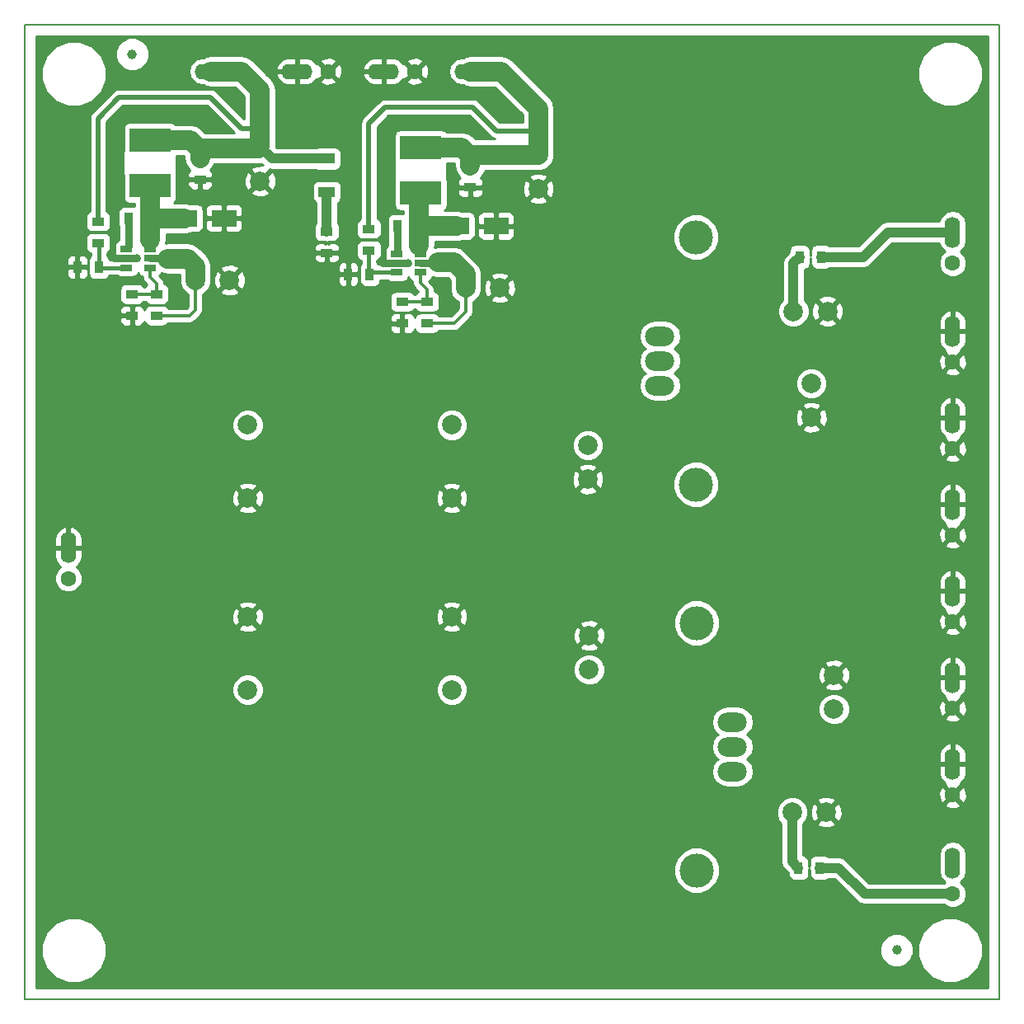
<source format=gtl>
G04 #@! TF.FileFunction,Copper,L1,Top,Signal*
%FSLAX46Y46*%
G04 Gerber Fmt 4.6, Leading zero omitted, Abs format (unit mm)*
G04 Created by KiCad (PCBNEW 4.0.2-stable) date 20/05/2016 13:48:35*
%MOMM*%
G01*
G04 APERTURE LIST*
%ADD10C,0.100000*%
%ADD11C,0.150000*%
%ADD12C,2.000000*%
%ADD13R,0.900000X1.300000*%
%ADD14R,1.300000X0.900000*%
%ADD15R,2.500000X1.700000*%
%ADD16C,1.600000*%
%ADD17O,1.600000X3.200000*%
%ADD18O,3.200000X1.600000*%
%ADD19R,4.200000X2.400000*%
%ADD20O,3.000000X2.000000*%
%ADD21C,3.500000*%
%ADD22R,1.200000X0.650000*%
%ADD23C,1.000000*%
%ADD24R,1.700000X1.100000*%
%ADD25C,1.200000*%
%ADD26C,0.800000*%
%ADD27C,0.300000*%
%ADD28C,0.800000*%
%ADD29C,2.000000*%
%ADD30C,1.000000*%
%ADD31C,0.500000*%
%ADD32C,1.500000*%
%ADD33C,0.400000*%
%ADD34C,0.254000*%
G04 APERTURE END LIST*
D10*
D11*
X0Y100000000D02*
X0Y0D01*
X100000000Y100000000D02*
X0Y100000000D01*
X100000000Y0D02*
X100000000Y100000000D01*
X0Y0D02*
X100000000Y0D01*
D12*
X17485261Y73811175D03*
X20985261Y73811175D03*
X45240000Y73025000D03*
X48740000Y73025000D03*
X22860000Y58935000D03*
X22860000Y51435000D03*
X22860000Y39250000D03*
X22860000Y31750000D03*
X43815000Y58935000D03*
X43815000Y51435000D03*
X43815000Y39250000D03*
X43815000Y31750000D03*
D13*
X12854961Y80161175D03*
X10654961Y80161175D03*
X40470000Y79375000D03*
X38270000Y79375000D03*
D12*
X78895000Y70612000D03*
X82395000Y70612000D03*
X82268000Y19177000D03*
X78768000Y19177000D03*
D14*
X17965261Y86341175D03*
X17965261Y84141175D03*
X45720000Y85555000D03*
X45720000Y83355000D03*
D12*
X80746600Y63218000D03*
X80746600Y59718000D03*
X83058000Y33246000D03*
X83058000Y29746000D03*
D15*
X20415000Y80161175D03*
X16415000Y80161175D03*
X48355000Y79375000D03*
X44355000Y79375000D03*
D16*
X4445000Y43180000D03*
D17*
X4445000Y46355000D03*
D16*
X22225000Y95250000D03*
D18*
X19050000Y95250000D03*
D16*
X31115000Y95250000D03*
D18*
X27940000Y95250000D03*
D16*
X48895000Y95250000D03*
D18*
X45720000Y95250000D03*
D16*
X40005000Y95250000D03*
D18*
X36830000Y95250000D03*
D16*
X95250000Y75565000D03*
D17*
X95250000Y78740000D03*
D16*
X95250000Y10795000D03*
D17*
X95250000Y13970000D03*
D16*
X95250000Y65405000D03*
D17*
X95250000Y68580000D03*
D16*
X95250000Y56515000D03*
D17*
X95250000Y59690000D03*
D16*
X95250000Y47625000D03*
D17*
X95250000Y50800000D03*
D16*
X95250000Y38735000D03*
D17*
X95250000Y41910000D03*
D16*
X95250000Y29845000D03*
D17*
X95250000Y33020000D03*
D16*
X95250000Y20955000D03*
D17*
X95250000Y24130000D03*
D14*
X13520261Y72371175D03*
X13520261Y70171175D03*
X10980261Y72371175D03*
X10980261Y70171175D03*
X41275000Y71585000D03*
X41275000Y69385000D03*
X38735000Y71585000D03*
X38735000Y69385000D03*
X7493000Y79840000D03*
X7493000Y77640000D03*
D13*
X5377000Y75154955D03*
X7577000Y75154955D03*
D14*
X35306000Y79078000D03*
X35306000Y76878000D03*
D13*
X33190000Y74422000D03*
X35390000Y74422000D03*
X79545000Y76200000D03*
X81745000Y76200000D03*
X79418000Y13462000D03*
X81618000Y13462000D03*
D12*
X24130000Y87475000D03*
X24130000Y83975000D03*
X52705000Y86685000D03*
X52705000Y83185000D03*
X57785000Y56868000D03*
X57785000Y53368000D03*
X57912000Y37310000D03*
X57912000Y33810000D03*
D19*
X40640000Y82740000D03*
X40640000Y87440000D03*
X12827000Y83502000D03*
X12827000Y88202000D03*
D20*
X72644000Y23368000D03*
X72644000Y25908000D03*
X72644000Y28448000D03*
D21*
X68944000Y13208000D03*
X68944000Y38608000D03*
D20*
X65190000Y68072000D03*
X65190000Y65532000D03*
X65190000Y62992000D03*
D21*
X68890000Y78232000D03*
X68890000Y52832000D03*
D22*
X40570000Y75565000D03*
X38170000Y76515000D03*
X38170000Y75565000D03*
X38170000Y74615000D03*
X40570000Y74615000D03*
X40570000Y76515000D03*
X12815261Y76046375D03*
X10415261Y76996375D03*
X10415261Y76046375D03*
X10415261Y75096375D03*
X12815261Y75096375D03*
X12815261Y76996375D03*
D23*
X89500000Y5000000D03*
X11000000Y97000000D03*
D24*
X30988000Y86282000D03*
X30988000Y82882000D03*
D14*
X30988000Y76624000D03*
X30988000Y78824000D03*
D25*
X48133000Y92202000D03*
X53594000Y63500000D03*
X87376000Y7366000D03*
X84074000Y9398000D03*
X78232000Y10160000D03*
X97790000Y86868000D03*
X90170000Y83312000D03*
X84836000Y80772000D03*
X78994000Y79756000D03*
X74676000Y84074000D03*
X28956000Y76454000D03*
X42600000Y89900000D03*
X38000000Y89900000D03*
X36900000Y87100000D03*
X14700000Y90700000D03*
X10400000Y90700000D03*
X9100000Y83300000D03*
X9100000Y89100000D03*
X36900000Y82300000D03*
X86100000Y40700000D03*
X86100000Y49500000D03*
X78400000Y38300000D03*
X78400000Y53200000D03*
X88800000Y45400000D03*
X83800000Y45400000D03*
X78400000Y45400000D03*
X73400000Y45400000D03*
X68200000Y45500000D03*
X55400000Y42300000D03*
X55400000Y49100000D03*
X62100000Y45500000D03*
X55400000Y45500000D03*
X49200000Y45500000D03*
X36300000Y45500000D03*
X32500000Y40900000D03*
X32500000Y49400000D03*
X27600000Y45500000D03*
X16000000Y43300000D03*
X16000000Y47800000D03*
X7500000Y53600000D03*
X7500000Y50400000D03*
X7500000Y37100000D03*
X7500000Y39100000D03*
X7500000Y46400000D03*
X59766000Y15240000D03*
X64592000Y6490000D03*
X74625000Y88405000D03*
X89230000Y88405000D03*
X89230000Y97930000D03*
X74625000Y97930000D03*
X46050000Y14745000D03*
X31318000Y14999000D03*
X15316000Y14872000D03*
X14808000Y26810000D03*
X34747000Y26683000D03*
X53543000Y25667000D03*
X59766000Y22492000D03*
X76657000Y6490000D03*
X86690000Y3442000D03*
X65735000Y3442000D03*
X46558000Y3442000D03*
X28905000Y3442000D03*
X14427000Y3442000D03*
X4140000Y9919000D03*
X4140000Y27064000D03*
X4140000Y31890000D03*
X4140000Y36843000D03*
X27889000Y89675000D03*
X33096000Y70625000D03*
X27635000Y70625000D03*
X27635000Y74562000D03*
X27508000Y82055000D03*
X31572000Y74435000D03*
X38684000Y67704000D03*
X36906000Y69355000D03*
X15570000Y68720000D03*
X17475000Y63640000D03*
X10490000Y63640000D03*
X25095000Y66815000D03*
X30175000Y66815000D03*
X35255000Y66815000D03*
X41605000Y66815000D03*
X48590000Y66180000D03*
X51130000Y66180000D03*
X57480000Y66180000D03*
X58750000Y68720000D03*
X58750000Y73800000D03*
X58750000Y79515000D03*
X58750000Y83960000D03*
X58750000Y88405000D03*
X58750000Y92850000D03*
X58750000Y97930000D03*
X52400000Y97930000D03*
X29540000Y97930000D03*
X37795000Y97930000D03*
X46050000Y97930000D03*
X33350000Y82690000D03*
X33350000Y86500000D03*
X33985000Y90310000D03*
X5410000Y83325000D03*
X5410000Y87135000D03*
X5410000Y90945000D03*
X14935000Y94120000D03*
X10490000Y94120000D03*
X8585000Y97930000D03*
X14935000Y97930000D03*
X20650000Y97930000D03*
X2870000Y55385000D03*
X2870000Y62370000D03*
X2870000Y68720000D03*
X2870000Y89040000D03*
X2870000Y82055000D03*
X50177500Y69228000D03*
X49987000Y76975000D03*
X51828500Y78372000D03*
X51828500Y80213500D03*
X48717000Y81547000D03*
X45669000Y81610500D03*
D26*
X39369998Y75578000D03*
X36715500Y75578000D03*
X11506000Y76086000D03*
X8839000Y76340000D03*
D25*
X10998000Y68466000D03*
X8966000Y70244000D03*
X3505000Y75197000D03*
X22428000Y69990000D03*
X22174000Y77737000D03*
X23444000Y79261000D03*
X23444000Y81039000D03*
X20396000Y82436000D03*
X17983000Y82436000D03*
X18237000Y90310000D03*
D27*
X45085000Y93015000D02*
X45250000Y93015000D01*
X42240000Y93015000D02*
X45085000Y93015000D01*
X45085000Y93015000D02*
X47320000Y93015000D01*
X47320000Y93015000D02*
X48133000Y92202000D01*
X57480000Y66180000D02*
X56274000Y66180000D01*
X56274000Y66180000D02*
X53594000Y63500000D01*
X84074000Y9398000D02*
X85344000Y9398000D01*
X85344000Y9398000D02*
X87376000Y7366000D01*
X76657000Y6490000D02*
X76657000Y8585000D01*
X76657000Y8585000D02*
X78232000Y10160000D01*
X84836000Y80772000D02*
X87376000Y83312000D01*
X87376000Y83312000D02*
X90170000Y83312000D01*
X74676000Y84074000D02*
X78994000Y79756000D01*
X30988000Y76624000D02*
X29126000Y76624000D01*
X29126000Y76624000D02*
X28956000Y76454000D01*
X27889000Y89675000D02*
X33350000Y89675000D01*
X33350000Y89675000D02*
X33985000Y90310000D01*
X31572000Y74435000D02*
X27762000Y74435000D01*
X27762000Y74435000D02*
X27635000Y74562000D01*
X36900000Y87100000D02*
X36900000Y88800000D01*
X36900000Y88800000D02*
X38000000Y89900000D01*
X9100000Y89100000D02*
X9100000Y89400000D01*
X9100000Y89400000D02*
X10400000Y90700000D01*
X86100000Y49500000D02*
X86100000Y40700000D01*
X78400000Y45400000D02*
X78400000Y53200000D01*
X83800000Y45400000D02*
X88800000Y45400000D01*
X73400000Y45400000D02*
X78400000Y45400000D01*
X62100000Y45500000D02*
X68200000Y45500000D01*
X55400000Y45500000D02*
X55400000Y49100000D01*
X55400000Y45500000D02*
X62100000Y45500000D01*
X36300000Y45500000D02*
X49200000Y45500000D01*
X32500000Y49400000D02*
X32500000Y40900000D01*
X16000000Y43300000D02*
X25400000Y43300000D01*
X25400000Y43300000D02*
X27600000Y45500000D01*
X7500000Y53600000D02*
X10200000Y53600000D01*
X10200000Y53600000D02*
X16000000Y47800000D01*
X7500000Y50400000D02*
X7500000Y53600000D01*
X7500000Y46400000D02*
X7500000Y39100000D01*
X76657000Y6490000D02*
X64592000Y6490000D01*
X89230000Y97930000D02*
X89230000Y88405000D01*
X58750000Y97930000D02*
X74625000Y97930000D01*
X15316000Y14872000D02*
X31191000Y14872000D01*
X31191000Y14872000D02*
X31318000Y14999000D01*
X34747000Y26683000D02*
X14935000Y26683000D01*
X14935000Y26683000D02*
X14808000Y26810000D01*
X59766000Y22492000D02*
X56718000Y22492000D01*
X56718000Y22492000D02*
X53543000Y25667000D01*
X65735000Y3442000D02*
X86690000Y3442000D01*
X28905000Y3442000D02*
X46558000Y3442000D01*
X4140000Y9919000D02*
X7950000Y9919000D01*
X7950000Y9919000D02*
X14427000Y3442000D01*
X4140000Y31890000D02*
X4140000Y27064000D01*
X2108000Y46368000D02*
X2108000Y38875000D01*
X2108000Y38875000D02*
X4140000Y36843000D01*
X3332000Y46368000D02*
X2108000Y46368000D01*
X4445000Y46355000D02*
X3345000Y46355000D01*
X3345000Y46355000D02*
X3332000Y46368000D01*
X27635000Y74562000D02*
X27635000Y70625000D01*
X33190000Y74422000D02*
X31585000Y74422000D01*
X31585000Y74422000D02*
X31572000Y74435000D01*
X38735000Y69385000D02*
X38735000Y67755000D01*
X38735000Y67755000D02*
X38684000Y67704000D01*
X38735000Y69385000D02*
X36936000Y69385000D01*
X36936000Y69385000D02*
X36906000Y69355000D01*
X30175000Y66815000D02*
X25095000Y66815000D01*
X41605000Y66815000D02*
X35255000Y66815000D01*
X48590000Y66180000D02*
X42240000Y66180000D01*
X42240000Y66180000D02*
X41605000Y66815000D01*
X51130000Y66180000D02*
X48590000Y66180000D01*
X58750000Y68720000D02*
X58750000Y67450000D01*
X58750000Y67450000D02*
X57480000Y66180000D01*
X58750000Y79515000D02*
X58750000Y73800000D01*
X58750000Y88405000D02*
X58750000Y83960000D01*
X58750000Y97930000D02*
X58750000Y92850000D01*
X46050000Y97930000D02*
X52400000Y97930000D01*
X46050000Y97930000D02*
X37795000Y97930000D01*
X40005000Y95250000D02*
X42240000Y93015000D01*
X33350000Y89675000D02*
X33350000Y86500000D01*
X5410000Y87135000D02*
X5410000Y83325000D01*
X8585000Y97930000D02*
X8585000Y96025000D01*
X8585000Y96025000D02*
X10490000Y94120000D01*
X20650000Y97930000D02*
X14935000Y97930000D01*
X2870000Y62370000D02*
X2870000Y55385000D01*
X2870000Y82055000D02*
X2870000Y68720000D01*
X3505000Y75197000D02*
X3505000Y81420000D01*
X3505000Y81420000D02*
X2870000Y82055000D01*
X51828500Y78372000D02*
X51384000Y78372000D01*
X51384000Y78372000D02*
X49987000Y76975000D01*
X48355000Y79375000D02*
X50990000Y79375000D01*
X50990000Y79375000D02*
X51828500Y80213500D01*
X45720000Y83355000D02*
X45720000Y81661500D01*
X45720000Y81661500D02*
X45669000Y81610500D01*
D28*
X38170000Y75565000D02*
X39356998Y75565000D01*
X39356998Y75565000D02*
X39369998Y75578000D01*
X38170000Y75565000D02*
X36728500Y75565000D01*
X36728500Y75565000D02*
X36715500Y75578000D01*
X10415261Y76046375D02*
X9132625Y76046375D01*
X9132625Y76046375D02*
X8839000Y76340000D01*
X10415261Y76046375D02*
X11466375Y76046375D01*
X11466375Y76046375D02*
X11506000Y76086000D01*
D27*
X10980261Y70171175D02*
X10980261Y68483739D01*
X10980261Y68483739D02*
X10998000Y68466000D01*
X10980261Y70171175D02*
X9038825Y70171175D01*
X9038825Y70171175D02*
X8966000Y70244000D01*
X5377000Y75154955D02*
X3547045Y75154955D01*
X3547045Y75154955D02*
X3505000Y75197000D01*
X20415000Y80161175D02*
X22566175Y80161175D01*
X22566175Y80161175D02*
X23444000Y81039000D01*
X17965261Y84141175D02*
X17965261Y82453739D01*
X17965261Y82453739D02*
X17983000Y82436000D01*
D29*
X12854961Y80161175D02*
X12854961Y83474039D01*
X12854961Y83474039D02*
X12827000Y83502000D01*
X12854961Y80161175D02*
X16415000Y80161175D01*
D30*
X12854961Y77917561D02*
X12815261Y77877861D01*
D31*
X12815261Y77877861D02*
X12815261Y77071376D01*
D29*
X12854961Y80161175D02*
X12854961Y77917561D01*
D28*
X10654961Y80161175D02*
X10654961Y77236075D01*
D31*
X10654961Y77236075D02*
X10415261Y76996375D01*
D29*
X40470000Y79375000D02*
X40470000Y82570000D01*
X40470000Y82570000D02*
X40640000Y82740000D01*
X40470000Y79375000D02*
X44355000Y79375000D01*
D31*
X40470000Y77313200D02*
X40570000Y77213200D01*
X40570000Y77213200D02*
X40570000Y76515000D01*
D29*
X40470000Y79375000D02*
X40470000Y77313200D01*
X40640000Y79545000D02*
X40470000Y79375000D01*
D28*
X38270000Y79375000D02*
X38270000Y76615000D01*
D31*
X38270000Y76615000D02*
X38170000Y76515000D01*
D30*
X78895000Y70485000D02*
X78895000Y75550000D01*
X78895000Y75550000D02*
X79545000Y76200000D01*
X78768000Y19177000D02*
X78768000Y14112000D01*
X78768000Y14112000D02*
X79418000Y13462000D01*
D31*
X35306000Y79078000D02*
X35306000Y89916000D01*
X45974000Y91567000D02*
X48387000Y89154000D01*
X35306000Y89916000D02*
X36957000Y91567000D01*
X36957000Y91567000D02*
X45974000Y91567000D01*
X48387000Y89154000D02*
X51562000Y89154000D01*
X51562000Y89154000D02*
X52705000Y89154000D01*
D29*
X52705000Y86685000D02*
X52705000Y89154000D01*
X52705000Y89154000D02*
X52705000Y91440000D01*
X40640000Y87440000D02*
X44843000Y87440000D01*
X44843000Y87440000D02*
X45720000Y86563000D01*
X45593000Y86690000D02*
X52700000Y86690000D01*
X45720000Y85555000D02*
X45720000Y86563000D01*
D32*
X45720000Y86563000D02*
X45593000Y86690000D01*
D29*
X48895000Y95250000D02*
X45720000Y95250000D01*
X52705000Y91440000D02*
X48895000Y95250000D01*
X52700000Y86690000D02*
X52705000Y86685000D01*
D30*
X86042000Y76200000D02*
X88582000Y78740000D01*
X88582000Y78740000D02*
X95250000Y78740000D01*
X81745000Y76200000D02*
X86042000Y76200000D01*
X95250000Y10795000D02*
X86195000Y10795000D01*
X83528000Y13462000D02*
X81618000Y13462000D01*
X86195000Y10795000D02*
X83528000Y13462000D01*
D27*
X10980261Y72371175D02*
X13520261Y72371175D01*
X12815261Y74141739D02*
X13520261Y73436739D01*
X13520261Y73436739D02*
X13520261Y72371175D01*
X12815261Y75096375D02*
X12815261Y74141739D01*
X10980261Y72371175D02*
X11180261Y72371175D01*
X41275000Y71585000D02*
X41275000Y72834500D01*
X40570000Y74615000D02*
X40570000Y73539500D01*
X40570000Y73539500D02*
X41275000Y72834500D01*
X38735000Y71585000D02*
X41275000Y71585000D01*
D33*
X7577000Y75154955D02*
X7577000Y77556000D01*
X7577000Y77556000D02*
X7493000Y77640000D01*
X10415261Y75096375D02*
X7635580Y75096375D01*
X7635580Y75096375D02*
X7577000Y75154955D01*
X35306000Y76878000D02*
X35306000Y74506000D01*
X35306000Y74506000D02*
X35390000Y74422000D01*
X38170000Y74615000D02*
X35583000Y74615000D01*
X35583000Y74615000D02*
X35390000Y74422000D01*
D27*
X44048000Y69385000D02*
X45240000Y70577000D01*
X45240000Y70577000D02*
X45240000Y73025000D01*
X41275000Y69385000D02*
X44048000Y69385000D01*
D28*
X14615262Y76022500D02*
X14591387Y76046375D01*
X14591387Y76046375D02*
X12815261Y76046375D01*
D29*
X16688149Y76022500D02*
X14615262Y76022500D01*
X17485261Y73811175D02*
X17485261Y75225388D01*
X17485261Y75225388D02*
X16688149Y76022500D01*
D28*
X42367000Y75641500D02*
X42367000Y75168000D01*
X42367000Y75168000D02*
X41970000Y75565000D01*
X41970000Y75565000D02*
X40570000Y75565000D01*
D29*
X44037713Y75641500D02*
X42367000Y75641500D01*
X45240000Y73025000D02*
X45240000Y74439213D01*
X45240000Y74439213D02*
X44037713Y75641500D01*
D27*
X16894175Y70171175D02*
X17485261Y70762261D01*
X17485261Y70762261D02*
X17485261Y73811175D01*
X13520261Y70171175D02*
X16894175Y70171175D01*
D31*
X7493000Y79840000D02*
X7493000Y90424000D01*
X7493000Y90424000D02*
X9652000Y92583000D01*
X22860000Y89408000D02*
X24130000Y89408000D01*
X9652000Y92583000D02*
X19050000Y92583000D01*
X19050000Y92583000D02*
X22225000Y89408000D01*
X22225000Y89408000D02*
X22860000Y89408000D01*
D29*
X24130000Y87475000D02*
X24130000Y89408000D01*
X24130000Y89408000D02*
X24130000Y90551000D01*
X24130000Y90551000D02*
X24130000Y93345000D01*
D30*
X30988000Y86282000D02*
X25323000Y86282000D01*
X25323000Y86282000D02*
X24130000Y87475000D01*
D29*
X12827000Y88202000D02*
X16968722Y88202000D01*
X16968722Y88202000D02*
X17965261Y87205461D01*
X22225000Y95250000D02*
X19050000Y95250000D01*
X24130000Y93345000D02*
X22225000Y95250000D01*
X18084800Y87325000D02*
X23980000Y87325000D01*
X17965261Y86341175D02*
X17965261Y87205461D01*
X17965261Y87205461D02*
X18084800Y87325000D01*
X23980000Y87325000D02*
X24130000Y87475000D01*
D30*
X30988000Y82882000D02*
X30988000Y78824000D01*
D34*
G36*
X98873000Y1127000D02*
X1127000Y1127000D01*
X1127000Y4341122D01*
X1672424Y4341122D01*
X2177862Y3117868D01*
X3112945Y2181151D01*
X4335315Y1673579D01*
X5658878Y1672424D01*
X6882132Y2177862D01*
X7818849Y3112945D01*
X8326421Y4335315D01*
X8326702Y4657986D01*
X87772701Y4657986D01*
X88035067Y4023011D01*
X88520456Y3536774D01*
X89154971Y3273300D01*
X89842014Y3272701D01*
X90476989Y3535067D01*
X90963226Y4020456D01*
X91096378Y4341122D01*
X91672424Y4341122D01*
X92177862Y3117868D01*
X93112945Y2181151D01*
X94335315Y1673579D01*
X95658878Y1672424D01*
X96882132Y2177862D01*
X97818849Y3112945D01*
X98326421Y4335315D01*
X98327576Y5658878D01*
X97822138Y6882132D01*
X96887055Y7818849D01*
X95664685Y8326421D01*
X94341122Y8327576D01*
X93117868Y7822138D01*
X92181151Y6887055D01*
X91673579Y5664685D01*
X91672424Y4341122D01*
X91096378Y4341122D01*
X91226700Y4654971D01*
X91227299Y5342014D01*
X90964933Y5976989D01*
X90479544Y6463226D01*
X89845029Y6726700D01*
X89157986Y6727299D01*
X88523011Y6464933D01*
X88036774Y5979544D01*
X87773300Y5345029D01*
X87772701Y4657986D01*
X8326702Y4657986D01*
X8327576Y5658878D01*
X7822138Y6882132D01*
X6887055Y7818849D01*
X5664685Y8326421D01*
X4341122Y8327576D01*
X3117868Y7822138D01*
X2181151Y6887055D01*
X1673579Y5664685D01*
X1672424Y4341122D01*
X1127000Y4341122D01*
X1127000Y12737260D01*
X66566588Y12737260D01*
X66927703Y11863297D01*
X67595780Y11194053D01*
X68469111Y10831414D01*
X69414740Y10830588D01*
X70288703Y11191703D01*
X70957947Y11859780D01*
X71320586Y12733111D01*
X71321412Y13678740D01*
X70960297Y14552703D01*
X70292220Y15221947D01*
X69418889Y15584586D01*
X68473260Y15585412D01*
X67599297Y15224297D01*
X66930053Y14556220D01*
X66567414Y13682889D01*
X66566588Y12737260D01*
X1127000Y12737260D01*
X1127000Y18854789D01*
X77140718Y18854789D01*
X77387892Y18256582D01*
X77641000Y18003032D01*
X77641000Y14112000D01*
X77726788Y13680716D01*
X77971091Y13315091D01*
X78328717Y12957465D01*
X78328717Y12812000D01*
X78372437Y12579648D01*
X78509757Y12366247D01*
X78719283Y12223083D01*
X78968000Y12172717D01*
X79868000Y12172717D01*
X80100352Y12216437D01*
X80313753Y12353757D01*
X80456917Y12563283D01*
X80507283Y12812000D01*
X80507283Y13272384D01*
X80518000Y13326262D01*
X80528717Y13272384D01*
X80528717Y12812000D01*
X80572437Y12579648D01*
X80709757Y12366247D01*
X80919283Y12223083D01*
X81168000Y12172717D01*
X82068000Y12172717D01*
X82300352Y12216437D01*
X82484604Y12335000D01*
X83061182Y12335000D01*
X85398091Y9998090D01*
X85763716Y9753788D01*
X86195000Y9668000D01*
X94358710Y9668000D01*
X94440614Y9585953D01*
X94964907Y9368248D01*
X95532603Y9367752D01*
X96057275Y9584543D01*
X96459047Y9985614D01*
X96676752Y10509907D01*
X96677248Y11077603D01*
X96460457Y11602275D01*
X96071436Y11991975D01*
X96259041Y12117329D01*
X96568376Y12580281D01*
X96677000Y13126370D01*
X96677000Y14813630D01*
X96568376Y15359719D01*
X96259041Y15822671D01*
X95796089Y16132006D01*
X95250000Y16240630D01*
X94703911Y16132006D01*
X94240959Y15822671D01*
X93931624Y15359719D01*
X93823000Y14813630D01*
X93823000Y13126370D01*
X93931624Y12580281D01*
X94240959Y12117329D01*
X94428957Y11991713D01*
X94359122Y11922000D01*
X86661819Y11922000D01*
X84324909Y14258909D01*
X83959284Y14503212D01*
X83528000Y14589000D01*
X82480512Y14589000D01*
X82316717Y14700917D01*
X82068000Y14751283D01*
X81168000Y14751283D01*
X80935648Y14707563D01*
X80722247Y14570243D01*
X80579083Y14360717D01*
X80528717Y14112000D01*
X80528717Y13651616D01*
X80518000Y13597738D01*
X80507283Y13651616D01*
X80507283Y14112000D01*
X80463563Y14344352D01*
X80326243Y14557753D01*
X80116717Y14700917D01*
X79895000Y14745815D01*
X79895000Y18003114D01*
X79916391Y18024468D01*
X81295073Y18024468D01*
X81393736Y17757613D01*
X82003461Y17531092D01*
X82653460Y17555144D01*
X83142264Y17757613D01*
X83240927Y18024468D01*
X82268000Y18997395D01*
X81295073Y18024468D01*
X79916391Y18024468D01*
X80146499Y18254175D01*
X80394717Y18851950D01*
X80395231Y19441539D01*
X80622092Y19441539D01*
X80646144Y18791540D01*
X80848613Y18302736D01*
X81115468Y18204073D01*
X82088395Y19177000D01*
X82447605Y19177000D01*
X83420532Y18204073D01*
X83687387Y18302736D01*
X83913908Y18912461D01*
X83889856Y19562460D01*
X83730469Y19947255D01*
X94421861Y19947255D01*
X94495995Y19701136D01*
X95033223Y19508035D01*
X95603454Y19535222D01*
X96004005Y19701136D01*
X96078139Y19947255D01*
X95250000Y20775395D01*
X94421861Y19947255D01*
X83730469Y19947255D01*
X83687387Y20051264D01*
X83420532Y20149927D01*
X82447605Y19177000D01*
X82088395Y19177000D01*
X81115468Y20149927D01*
X80848613Y20051264D01*
X80622092Y19441539D01*
X80395231Y19441539D01*
X80395282Y19499211D01*
X80148108Y20097418D01*
X79916399Y20329532D01*
X81295073Y20329532D01*
X82268000Y19356605D01*
X83240927Y20329532D01*
X83142264Y20596387D01*
X82532539Y20822908D01*
X81882540Y20798856D01*
X81393736Y20596387D01*
X81295073Y20329532D01*
X79916399Y20329532D01*
X79690825Y20555499D01*
X79093050Y20803717D01*
X78445789Y20804282D01*
X77847582Y20557108D01*
X77389501Y20099825D01*
X77141283Y19502050D01*
X77140718Y18854789D01*
X1127000Y18854789D01*
X1127000Y21171777D01*
X93803035Y21171777D01*
X93830222Y20601546D01*
X93996136Y20200995D01*
X94242255Y20126861D01*
X95070395Y20955000D01*
X95429605Y20955000D01*
X96257745Y20126861D01*
X96503864Y20200995D01*
X96696965Y20738223D01*
X96669778Y21308454D01*
X96503864Y21709005D01*
X96257745Y21783139D01*
X95429605Y20955000D01*
X95070395Y20955000D01*
X94242255Y21783139D01*
X93996136Y21709005D01*
X93803035Y21171777D01*
X1127000Y21171777D01*
X1127000Y28448000D01*
X70475330Y28448000D01*
X70599178Y27825374D01*
X70951867Y27297537D01*
X71130767Y27178000D01*
X70951867Y27058463D01*
X70599178Y26530626D01*
X70475330Y25908000D01*
X70599178Y25285374D01*
X70951867Y24757537D01*
X71130767Y24638000D01*
X70951867Y24518463D01*
X70599178Y23990626D01*
X70475330Y23368000D01*
X70599178Y22745374D01*
X70951867Y22217537D01*
X71479704Y21864848D01*
X72102330Y21741000D01*
X73185670Y21741000D01*
X73808296Y21864848D01*
X74336133Y22217537D01*
X74688822Y22745374D01*
X74812670Y23368000D01*
X74688822Y23990626D01*
X74680554Y24003000D01*
X93815000Y24003000D01*
X93815000Y23203000D01*
X93972834Y22663517D01*
X94325104Y22225500D01*
X94476111Y22142852D01*
X94421861Y21962745D01*
X95250000Y21134605D01*
X96078139Y21962745D01*
X96023889Y22142852D01*
X96174896Y22225500D01*
X96527166Y22663517D01*
X96685000Y23203000D01*
X96685000Y24003000D01*
X95377000Y24003000D01*
X95377000Y23983000D01*
X95123000Y23983000D01*
X95123000Y24003000D01*
X93815000Y24003000D01*
X74680554Y24003000D01*
X74336133Y24518463D01*
X74157233Y24638000D01*
X74336133Y24757537D01*
X74536227Y25057000D01*
X93815000Y25057000D01*
X93815000Y24257000D01*
X95123000Y24257000D01*
X95123000Y26199915D01*
X95377000Y26199915D01*
X95377000Y24257000D01*
X96685000Y24257000D01*
X96685000Y25057000D01*
X96527166Y25596483D01*
X96174896Y26034500D01*
X95681819Y26304367D01*
X95599039Y26321904D01*
X95377000Y26199915D01*
X95123000Y26199915D01*
X94900961Y26321904D01*
X94818181Y26304367D01*
X94325104Y26034500D01*
X93972834Y25596483D01*
X93815000Y25057000D01*
X74536227Y25057000D01*
X74688822Y25285374D01*
X74812670Y25908000D01*
X74688822Y26530626D01*
X74336133Y27058463D01*
X74157233Y27178000D01*
X74336133Y27297537D01*
X74688822Y27825374D01*
X74812670Y28448000D01*
X74688822Y29070626D01*
X74452847Y29423789D01*
X81430718Y29423789D01*
X81677892Y28825582D01*
X82135175Y28367501D01*
X82732950Y28119283D01*
X83380211Y28118718D01*
X83978418Y28365892D01*
X84436499Y28823175D01*
X84442345Y28837255D01*
X94421861Y28837255D01*
X94495995Y28591136D01*
X95033223Y28398035D01*
X95603454Y28425222D01*
X96004005Y28591136D01*
X96078139Y28837255D01*
X95250000Y29665395D01*
X94421861Y28837255D01*
X84442345Y28837255D01*
X84684717Y29420950D01*
X84685276Y30061777D01*
X93803035Y30061777D01*
X93830222Y29491546D01*
X93996136Y29090995D01*
X94242255Y29016861D01*
X95070395Y29845000D01*
X95429605Y29845000D01*
X96257745Y29016861D01*
X96503864Y29090995D01*
X96696965Y29628223D01*
X96669778Y30198454D01*
X96503864Y30599005D01*
X96257745Y30673139D01*
X95429605Y29845000D01*
X95070395Y29845000D01*
X94242255Y30673139D01*
X93996136Y30599005D01*
X93803035Y30061777D01*
X84685276Y30061777D01*
X84685282Y30068211D01*
X84438108Y30666418D01*
X83980825Y31124499D01*
X83383050Y31372717D01*
X82735789Y31373282D01*
X82137582Y31126108D01*
X81679501Y30668825D01*
X81431283Y30071050D01*
X81430718Y29423789D01*
X74452847Y29423789D01*
X74336133Y29598463D01*
X73808296Y29951152D01*
X73185670Y30075000D01*
X72102330Y30075000D01*
X71479704Y29951152D01*
X70951867Y29598463D01*
X70599178Y29070626D01*
X70475330Y28448000D01*
X1127000Y28448000D01*
X1127000Y31427789D01*
X21232718Y31427789D01*
X21479892Y30829582D01*
X21937175Y30371501D01*
X22534950Y30123283D01*
X23182211Y30122718D01*
X23780418Y30369892D01*
X24238499Y30827175D01*
X24486717Y31424950D01*
X24486719Y31427789D01*
X42187718Y31427789D01*
X42434892Y30829582D01*
X42892175Y30371501D01*
X43489950Y30123283D01*
X44137211Y30122718D01*
X44735418Y30369892D01*
X45193499Y30827175D01*
X45441717Y31424950D01*
X45442282Y32072211D01*
X45433499Y32093468D01*
X82085073Y32093468D01*
X82183736Y31826613D01*
X82793461Y31600092D01*
X83443460Y31624144D01*
X83932264Y31826613D01*
X84030927Y32093468D01*
X83058000Y33066395D01*
X82085073Y32093468D01*
X45433499Y32093468D01*
X45195108Y32670418D01*
X44737825Y33128499D01*
X44140050Y33376717D01*
X43492789Y33377282D01*
X42894582Y33130108D01*
X42436501Y32672825D01*
X42188283Y32075050D01*
X42187718Y31427789D01*
X24486719Y31427789D01*
X24487282Y32072211D01*
X24240108Y32670418D01*
X23782825Y33128499D01*
X23185050Y33376717D01*
X22537789Y33377282D01*
X21939582Y33130108D01*
X21481501Y32672825D01*
X21233283Y32075050D01*
X21232718Y31427789D01*
X1127000Y31427789D01*
X1127000Y33487789D01*
X56284718Y33487789D01*
X56531892Y32889582D01*
X56989175Y32431501D01*
X57586950Y32183283D01*
X58234211Y32182718D01*
X58832418Y32429892D01*
X59290499Y32887175D01*
X59538717Y33484950D01*
X59538739Y33510539D01*
X81412092Y33510539D01*
X81436144Y32860540D01*
X81638613Y32371736D01*
X81905468Y32273073D01*
X82878395Y33246000D01*
X83237605Y33246000D01*
X84210532Y32273073D01*
X84477387Y32371736D01*
X84671043Y32893000D01*
X93815000Y32893000D01*
X93815000Y32093000D01*
X93972834Y31553517D01*
X94325104Y31115500D01*
X94476111Y31032852D01*
X94421861Y30852745D01*
X95250000Y30024605D01*
X96078139Y30852745D01*
X96023889Y31032852D01*
X96174896Y31115500D01*
X96527166Y31553517D01*
X96685000Y32093000D01*
X96685000Y32893000D01*
X95377000Y32893000D01*
X95377000Y32873000D01*
X95123000Y32873000D01*
X95123000Y32893000D01*
X93815000Y32893000D01*
X84671043Y32893000D01*
X84703908Y32981461D01*
X84679856Y33631460D01*
X84549156Y33947000D01*
X93815000Y33947000D01*
X93815000Y33147000D01*
X95123000Y33147000D01*
X95123000Y35089915D01*
X95377000Y35089915D01*
X95377000Y33147000D01*
X96685000Y33147000D01*
X96685000Y33947000D01*
X96527166Y34486483D01*
X96174896Y34924500D01*
X95681819Y35194367D01*
X95599039Y35211904D01*
X95377000Y35089915D01*
X95123000Y35089915D01*
X94900961Y35211904D01*
X94818181Y35194367D01*
X94325104Y34924500D01*
X93972834Y34486483D01*
X93815000Y33947000D01*
X84549156Y33947000D01*
X84477387Y34120264D01*
X84210532Y34218927D01*
X83237605Y33246000D01*
X82878395Y33246000D01*
X81905468Y34218927D01*
X81638613Y34120264D01*
X81412092Y33510539D01*
X59538739Y33510539D01*
X59539282Y34132211D01*
X59429241Y34398532D01*
X82085073Y34398532D01*
X83058000Y33425605D01*
X84030927Y34398532D01*
X83932264Y34665387D01*
X83322539Y34891908D01*
X82672540Y34867856D01*
X82183736Y34665387D01*
X82085073Y34398532D01*
X59429241Y34398532D01*
X59292108Y34730418D01*
X58834825Y35188499D01*
X58237050Y35436717D01*
X57589789Y35437282D01*
X56991582Y35190108D01*
X56533501Y34732825D01*
X56285283Y34135050D01*
X56284718Y33487789D01*
X1127000Y33487789D01*
X1127000Y36157468D01*
X56939073Y36157468D01*
X57037736Y35890613D01*
X57647461Y35664092D01*
X58297460Y35688144D01*
X58786264Y35890613D01*
X58884927Y36157468D01*
X57912000Y37130395D01*
X56939073Y36157468D01*
X1127000Y36157468D01*
X1127000Y37574539D01*
X56266092Y37574539D01*
X56290144Y36924540D01*
X56492613Y36435736D01*
X56759468Y36337073D01*
X57732395Y37310000D01*
X58091605Y37310000D01*
X59064532Y36337073D01*
X59331387Y36435736D01*
X59557908Y37045461D01*
X59533856Y37695460D01*
X59350857Y38137260D01*
X66566588Y38137260D01*
X66927703Y37263297D01*
X67595780Y36594053D01*
X68469111Y36231414D01*
X69414740Y36230588D01*
X70288703Y36591703D01*
X70957947Y37259780D01*
X71152059Y37727255D01*
X94421861Y37727255D01*
X94495995Y37481136D01*
X95033223Y37288035D01*
X95603454Y37315222D01*
X96004005Y37481136D01*
X96078139Y37727255D01*
X95250000Y38555395D01*
X94421861Y37727255D01*
X71152059Y37727255D01*
X71320586Y38133111D01*
X71321301Y38951777D01*
X93803035Y38951777D01*
X93830222Y38381546D01*
X93996136Y37980995D01*
X94242255Y37906861D01*
X95070395Y38735000D01*
X95429605Y38735000D01*
X96257745Y37906861D01*
X96503864Y37980995D01*
X96696965Y38518223D01*
X96669778Y39088454D01*
X96503864Y39489005D01*
X96257745Y39563139D01*
X95429605Y38735000D01*
X95070395Y38735000D01*
X94242255Y39563139D01*
X93996136Y39489005D01*
X93803035Y38951777D01*
X71321301Y38951777D01*
X71321412Y39078740D01*
X70960297Y39952703D01*
X70292220Y40621947D01*
X69418889Y40984586D01*
X68473260Y40985412D01*
X67599297Y40624297D01*
X66930053Y39956220D01*
X66567414Y39082889D01*
X66566588Y38137260D01*
X59350857Y38137260D01*
X59331387Y38184264D01*
X59064532Y38282927D01*
X58091605Y37310000D01*
X57732395Y37310000D01*
X56759468Y38282927D01*
X56492613Y38184264D01*
X56266092Y37574539D01*
X1127000Y37574539D01*
X1127000Y38097468D01*
X21887073Y38097468D01*
X21985736Y37830613D01*
X22595461Y37604092D01*
X23245460Y37628144D01*
X23734264Y37830613D01*
X23832927Y38097468D01*
X42842073Y38097468D01*
X42940736Y37830613D01*
X43550461Y37604092D01*
X44200460Y37628144D01*
X44689264Y37830613D01*
X44787927Y38097468D01*
X43815000Y39070395D01*
X42842073Y38097468D01*
X23832927Y38097468D01*
X22860000Y39070395D01*
X21887073Y38097468D01*
X1127000Y38097468D01*
X1127000Y39514539D01*
X21214092Y39514539D01*
X21238144Y38864540D01*
X21440613Y38375736D01*
X21707468Y38277073D01*
X22680395Y39250000D01*
X23039605Y39250000D01*
X24012532Y38277073D01*
X24279387Y38375736D01*
X24505908Y38985461D01*
X24486331Y39514539D01*
X42169092Y39514539D01*
X42193144Y38864540D01*
X42395613Y38375736D01*
X42662468Y38277073D01*
X43635395Y39250000D01*
X43994605Y39250000D01*
X44967532Y38277073D01*
X45234387Y38375736D01*
X45266632Y38462532D01*
X56939073Y38462532D01*
X57912000Y37489605D01*
X58884927Y38462532D01*
X58786264Y38729387D01*
X58176539Y38955908D01*
X57526540Y38931856D01*
X57037736Y38729387D01*
X56939073Y38462532D01*
X45266632Y38462532D01*
X45460908Y38985461D01*
X45436856Y39635460D01*
X45234387Y40124264D01*
X44967532Y40222927D01*
X43994605Y39250000D01*
X43635395Y39250000D01*
X42662468Y40222927D01*
X42395613Y40124264D01*
X42169092Y39514539D01*
X24486331Y39514539D01*
X24481856Y39635460D01*
X24279387Y40124264D01*
X24012532Y40222927D01*
X23039605Y39250000D01*
X22680395Y39250000D01*
X21707468Y40222927D01*
X21440613Y40124264D01*
X21214092Y39514539D01*
X1127000Y39514539D01*
X1127000Y40402532D01*
X21887073Y40402532D01*
X22860000Y39429605D01*
X23832927Y40402532D01*
X42842073Y40402532D01*
X43815000Y39429605D01*
X44787927Y40402532D01*
X44689264Y40669387D01*
X44079539Y40895908D01*
X43429540Y40871856D01*
X42940736Y40669387D01*
X42842073Y40402532D01*
X23832927Y40402532D01*
X23734264Y40669387D01*
X23124539Y40895908D01*
X22474540Y40871856D01*
X21985736Y40669387D01*
X21887073Y40402532D01*
X1127000Y40402532D01*
X1127000Y46228000D01*
X3010000Y46228000D01*
X3010000Y45428000D01*
X3167834Y44888517D01*
X3520104Y44450500D01*
X3634922Y44387659D01*
X3235953Y43989386D01*
X3018248Y43465093D01*
X3017752Y42897397D01*
X3234543Y42372725D01*
X3635614Y41970953D01*
X4159907Y41753248D01*
X4727603Y41752752D01*
X4800808Y41783000D01*
X93815000Y41783000D01*
X93815000Y40983000D01*
X93972834Y40443517D01*
X94325104Y40005500D01*
X94476111Y39922852D01*
X94421861Y39742745D01*
X95250000Y38914605D01*
X96078139Y39742745D01*
X96023889Y39922852D01*
X96174896Y40005500D01*
X96527166Y40443517D01*
X96685000Y40983000D01*
X96685000Y41783000D01*
X95377000Y41783000D01*
X95377000Y41763000D01*
X95123000Y41763000D01*
X95123000Y41783000D01*
X93815000Y41783000D01*
X4800808Y41783000D01*
X5252275Y41969543D01*
X5654047Y42370614D01*
X5847706Y42837000D01*
X93815000Y42837000D01*
X93815000Y42037000D01*
X95123000Y42037000D01*
X95123000Y43979915D01*
X95377000Y43979915D01*
X95377000Y42037000D01*
X96685000Y42037000D01*
X96685000Y42837000D01*
X96527166Y43376483D01*
X96174896Y43814500D01*
X95681819Y44084367D01*
X95599039Y44101904D01*
X95377000Y43979915D01*
X95123000Y43979915D01*
X94900961Y44101904D01*
X94818181Y44084367D01*
X94325104Y43814500D01*
X93972834Y43376483D01*
X93815000Y42837000D01*
X5847706Y42837000D01*
X5871752Y42894907D01*
X5872248Y43462603D01*
X5655457Y43987275D01*
X5255527Y44387904D01*
X5369896Y44450500D01*
X5722166Y44888517D01*
X5880000Y45428000D01*
X5880000Y46228000D01*
X4572000Y46228000D01*
X4572000Y46208000D01*
X4318000Y46208000D01*
X4318000Y46228000D01*
X3010000Y46228000D01*
X1127000Y46228000D01*
X1127000Y47282000D01*
X3010000Y47282000D01*
X3010000Y46482000D01*
X4318000Y46482000D01*
X4318000Y48424915D01*
X4572000Y48424915D01*
X4572000Y46482000D01*
X5880000Y46482000D01*
X5880000Y46617255D01*
X94421861Y46617255D01*
X94495995Y46371136D01*
X95033223Y46178035D01*
X95603454Y46205222D01*
X96004005Y46371136D01*
X96078139Y46617255D01*
X95250000Y47445395D01*
X94421861Y46617255D01*
X5880000Y46617255D01*
X5880000Y47282000D01*
X5722166Y47821483D01*
X5705845Y47841777D01*
X93803035Y47841777D01*
X93830222Y47271546D01*
X93996136Y46870995D01*
X94242255Y46796861D01*
X95070395Y47625000D01*
X95429605Y47625000D01*
X96257745Y46796861D01*
X96503864Y46870995D01*
X96696965Y47408223D01*
X96669778Y47978454D01*
X96503864Y48379005D01*
X96257745Y48453139D01*
X95429605Y47625000D01*
X95070395Y47625000D01*
X94242255Y48453139D01*
X93996136Y48379005D01*
X93803035Y47841777D01*
X5705845Y47841777D01*
X5369896Y48259500D01*
X4876819Y48529367D01*
X4794039Y48546904D01*
X4572000Y48424915D01*
X4318000Y48424915D01*
X4095961Y48546904D01*
X4013181Y48529367D01*
X3520104Y48259500D01*
X3167834Y47821483D01*
X3010000Y47282000D01*
X1127000Y47282000D01*
X1127000Y50282468D01*
X21887073Y50282468D01*
X21985736Y50015613D01*
X22595461Y49789092D01*
X23245460Y49813144D01*
X23734264Y50015613D01*
X23832927Y50282468D01*
X42842073Y50282468D01*
X42940736Y50015613D01*
X43550461Y49789092D01*
X44200460Y49813144D01*
X44689264Y50015613D01*
X44787927Y50282468D01*
X43815000Y51255395D01*
X42842073Y50282468D01*
X23832927Y50282468D01*
X22860000Y51255395D01*
X21887073Y50282468D01*
X1127000Y50282468D01*
X1127000Y51699539D01*
X21214092Y51699539D01*
X21238144Y51049540D01*
X21440613Y50560736D01*
X21707468Y50462073D01*
X22680395Y51435000D01*
X23039605Y51435000D01*
X24012532Y50462073D01*
X24279387Y50560736D01*
X24505908Y51170461D01*
X24486331Y51699539D01*
X42169092Y51699539D01*
X42193144Y51049540D01*
X42395613Y50560736D01*
X42662468Y50462073D01*
X43635395Y51435000D01*
X43994605Y51435000D01*
X44967532Y50462073D01*
X45234387Y50560736D01*
X45460908Y51170461D01*
X45436856Y51820460D01*
X45273239Y52215468D01*
X56812073Y52215468D01*
X56910736Y51948613D01*
X57520461Y51722092D01*
X58170460Y51746144D01*
X58659264Y51948613D01*
X58757927Y52215468D01*
X58612135Y52361260D01*
X66512588Y52361260D01*
X66873703Y51487297D01*
X67541780Y50818053D01*
X68415111Y50455414D01*
X69360740Y50454588D01*
X69889336Y50673000D01*
X93815000Y50673000D01*
X93815000Y49873000D01*
X93972834Y49333517D01*
X94325104Y48895500D01*
X94476111Y48812852D01*
X94421861Y48632745D01*
X95250000Y47804605D01*
X96078139Y48632745D01*
X96023889Y48812852D01*
X96174896Y48895500D01*
X96527166Y49333517D01*
X96685000Y49873000D01*
X96685000Y50673000D01*
X95377000Y50673000D01*
X95377000Y50653000D01*
X95123000Y50653000D01*
X95123000Y50673000D01*
X93815000Y50673000D01*
X69889336Y50673000D01*
X70234703Y50815703D01*
X70903947Y51483780D01*
X71004940Y51727000D01*
X93815000Y51727000D01*
X93815000Y50927000D01*
X95123000Y50927000D01*
X95123000Y52869915D01*
X95377000Y52869915D01*
X95377000Y50927000D01*
X96685000Y50927000D01*
X96685000Y51727000D01*
X96527166Y52266483D01*
X96174896Y52704500D01*
X95681819Y52974367D01*
X95599039Y52991904D01*
X95377000Y52869915D01*
X95123000Y52869915D01*
X94900961Y52991904D01*
X94818181Y52974367D01*
X94325104Y52704500D01*
X93972834Y52266483D01*
X93815000Y51727000D01*
X71004940Y51727000D01*
X71266586Y52357111D01*
X71267412Y53302740D01*
X70906297Y54176703D01*
X70238220Y54845947D01*
X69364889Y55208586D01*
X68419260Y55209412D01*
X67545297Y54848297D01*
X66876053Y54180220D01*
X66513414Y53306889D01*
X66512588Y52361260D01*
X58612135Y52361260D01*
X57785000Y53188395D01*
X56812073Y52215468D01*
X45273239Y52215468D01*
X45234387Y52309264D01*
X44967532Y52407927D01*
X43994605Y51435000D01*
X43635395Y51435000D01*
X42662468Y52407927D01*
X42395613Y52309264D01*
X42169092Y51699539D01*
X24486331Y51699539D01*
X24481856Y51820460D01*
X24279387Y52309264D01*
X24012532Y52407927D01*
X23039605Y51435000D01*
X22680395Y51435000D01*
X21707468Y52407927D01*
X21440613Y52309264D01*
X21214092Y51699539D01*
X1127000Y51699539D01*
X1127000Y52587532D01*
X21887073Y52587532D01*
X22860000Y51614605D01*
X23832927Y52587532D01*
X42842073Y52587532D01*
X43815000Y51614605D01*
X44787927Y52587532D01*
X44689264Y52854387D01*
X44079539Y53080908D01*
X43429540Y53056856D01*
X42940736Y52854387D01*
X42842073Y52587532D01*
X23832927Y52587532D01*
X23734264Y52854387D01*
X23124539Y53080908D01*
X22474540Y53056856D01*
X21985736Y52854387D01*
X21887073Y52587532D01*
X1127000Y52587532D01*
X1127000Y53632539D01*
X56139092Y53632539D01*
X56163144Y52982540D01*
X56365613Y52493736D01*
X56632468Y52395073D01*
X57605395Y53368000D01*
X57964605Y53368000D01*
X58937532Y52395073D01*
X59204387Y52493736D01*
X59430908Y53103461D01*
X59406856Y53753460D01*
X59204387Y54242264D01*
X58937532Y54340927D01*
X57964605Y53368000D01*
X57605395Y53368000D01*
X56632468Y54340927D01*
X56365613Y54242264D01*
X56139092Y53632539D01*
X1127000Y53632539D01*
X1127000Y54520532D01*
X56812073Y54520532D01*
X57785000Y53547605D01*
X58757927Y54520532D01*
X58659264Y54787387D01*
X58049539Y55013908D01*
X57399540Y54989856D01*
X56910736Y54787387D01*
X56812073Y54520532D01*
X1127000Y54520532D01*
X1127000Y56545789D01*
X56157718Y56545789D01*
X56404892Y55947582D01*
X56862175Y55489501D01*
X57459950Y55241283D01*
X58107211Y55240718D01*
X58705418Y55487892D01*
X58724814Y55507255D01*
X94421861Y55507255D01*
X94495995Y55261136D01*
X95033223Y55068035D01*
X95603454Y55095222D01*
X96004005Y55261136D01*
X96078139Y55507255D01*
X95250000Y56335395D01*
X94421861Y55507255D01*
X58724814Y55507255D01*
X59163499Y55945175D01*
X59411717Y56542950D01*
X59411881Y56731777D01*
X93803035Y56731777D01*
X93830222Y56161546D01*
X93996136Y55760995D01*
X94242255Y55686861D01*
X95070395Y56515000D01*
X95429605Y56515000D01*
X96257745Y55686861D01*
X96503864Y55760995D01*
X96696965Y56298223D01*
X96669778Y56868454D01*
X96503864Y57269005D01*
X96257745Y57343139D01*
X95429605Y56515000D01*
X95070395Y56515000D01*
X94242255Y57343139D01*
X93996136Y57269005D01*
X93803035Y56731777D01*
X59411881Y56731777D01*
X59412282Y57190211D01*
X59165108Y57788418D01*
X58707825Y58246499D01*
X58110050Y58494717D01*
X57462789Y58495282D01*
X56864582Y58248108D01*
X56406501Y57790825D01*
X56158283Y57193050D01*
X56157718Y56545789D01*
X1127000Y56545789D01*
X1127000Y58612789D01*
X21232718Y58612789D01*
X21479892Y58014582D01*
X21937175Y57556501D01*
X22534950Y57308283D01*
X23182211Y57307718D01*
X23780418Y57554892D01*
X24238499Y58012175D01*
X24486717Y58609950D01*
X24486719Y58612789D01*
X42187718Y58612789D01*
X42434892Y58014582D01*
X42892175Y57556501D01*
X43489950Y57308283D01*
X44137211Y57307718D01*
X44735418Y57554892D01*
X45193499Y58012175D01*
X45423246Y58565468D01*
X79773673Y58565468D01*
X79872336Y58298613D01*
X80482061Y58072092D01*
X81132060Y58096144D01*
X81620864Y58298613D01*
X81719527Y58565468D01*
X80746600Y59538395D01*
X79773673Y58565468D01*
X45423246Y58565468D01*
X45441717Y58609950D01*
X45442282Y59257211D01*
X45195108Y59855418D01*
X45068209Y59982539D01*
X79100692Y59982539D01*
X79124744Y59332540D01*
X79327213Y58843736D01*
X79594068Y58745073D01*
X80566995Y59718000D01*
X80926205Y59718000D01*
X81899132Y58745073D01*
X82165987Y58843736D01*
X82392508Y59453461D01*
X82388455Y59563000D01*
X93815000Y59563000D01*
X93815000Y58763000D01*
X93972834Y58223517D01*
X94325104Y57785500D01*
X94476111Y57702852D01*
X94421861Y57522745D01*
X95250000Y56694605D01*
X96078139Y57522745D01*
X96023889Y57702852D01*
X96174896Y57785500D01*
X96527166Y58223517D01*
X96685000Y58763000D01*
X96685000Y59563000D01*
X95377000Y59563000D01*
X95377000Y59543000D01*
X95123000Y59543000D01*
X95123000Y59563000D01*
X93815000Y59563000D01*
X82388455Y59563000D01*
X82368456Y60103460D01*
X82165987Y60592264D01*
X82099084Y60617000D01*
X93815000Y60617000D01*
X93815000Y59817000D01*
X95123000Y59817000D01*
X95123000Y61759915D01*
X95377000Y61759915D01*
X95377000Y59817000D01*
X96685000Y59817000D01*
X96685000Y60617000D01*
X96527166Y61156483D01*
X96174896Y61594500D01*
X95681819Y61864367D01*
X95599039Y61881904D01*
X95377000Y61759915D01*
X95123000Y61759915D01*
X94900961Y61881904D01*
X94818181Y61864367D01*
X94325104Y61594500D01*
X93972834Y61156483D01*
X93815000Y60617000D01*
X82099084Y60617000D01*
X81899132Y60690927D01*
X80926205Y59718000D01*
X80566995Y59718000D01*
X79594068Y60690927D01*
X79327213Y60592264D01*
X79100692Y59982539D01*
X45068209Y59982539D01*
X44737825Y60313499D01*
X44140050Y60561717D01*
X43492789Y60562282D01*
X42894582Y60315108D01*
X42436501Y59857825D01*
X42188283Y59260050D01*
X42187718Y58612789D01*
X24486719Y58612789D01*
X24487282Y59257211D01*
X24240108Y59855418D01*
X23782825Y60313499D01*
X23185050Y60561717D01*
X22537789Y60562282D01*
X21939582Y60315108D01*
X21481501Y59857825D01*
X21233283Y59260050D01*
X21232718Y58612789D01*
X1127000Y58612789D01*
X1127000Y60870532D01*
X79773673Y60870532D01*
X80746600Y59897605D01*
X81719527Y60870532D01*
X81620864Y61137387D01*
X81011139Y61363908D01*
X80361140Y61339856D01*
X79872336Y61137387D01*
X79773673Y60870532D01*
X1127000Y60870532D01*
X1127000Y68072000D01*
X63021330Y68072000D01*
X63145178Y67449374D01*
X63497867Y66921537D01*
X63676767Y66802000D01*
X63497867Y66682463D01*
X63145178Y66154626D01*
X63021330Y65532000D01*
X63145178Y64909374D01*
X63497867Y64381537D01*
X63676767Y64262000D01*
X63497867Y64142463D01*
X63145178Y63614626D01*
X63021330Y62992000D01*
X63145178Y62369374D01*
X63497867Y61841537D01*
X64025704Y61488848D01*
X64648330Y61365000D01*
X65731670Y61365000D01*
X66354296Y61488848D01*
X66882133Y61841537D01*
X67234822Y62369374D01*
X67339532Y62895789D01*
X79119318Y62895789D01*
X79366492Y62297582D01*
X79823775Y61839501D01*
X80421550Y61591283D01*
X81068811Y61590718D01*
X81667018Y61837892D01*
X82125099Y62295175D01*
X82373317Y62892950D01*
X82373882Y63540211D01*
X82126708Y64138418D01*
X81868322Y64397255D01*
X94421861Y64397255D01*
X94495995Y64151136D01*
X95033223Y63958035D01*
X95603454Y63985222D01*
X96004005Y64151136D01*
X96078139Y64397255D01*
X95250000Y65225395D01*
X94421861Y64397255D01*
X81868322Y64397255D01*
X81669425Y64596499D01*
X81071650Y64844717D01*
X80424389Y64845282D01*
X79826182Y64598108D01*
X79368101Y64140825D01*
X79119883Y63543050D01*
X79119318Y62895789D01*
X67339532Y62895789D01*
X67358670Y62992000D01*
X67234822Y63614626D01*
X66882133Y64142463D01*
X66703233Y64262000D01*
X66882133Y64381537D01*
X67234822Y64909374D01*
X67358670Y65532000D01*
X67340813Y65621777D01*
X93803035Y65621777D01*
X93830222Y65051546D01*
X93996136Y64650995D01*
X94242255Y64576861D01*
X95070395Y65405000D01*
X95429605Y65405000D01*
X96257745Y64576861D01*
X96503864Y64650995D01*
X96696965Y65188223D01*
X96669778Y65758454D01*
X96503864Y66159005D01*
X96257745Y66233139D01*
X95429605Y65405000D01*
X95070395Y65405000D01*
X94242255Y66233139D01*
X93996136Y66159005D01*
X93803035Y65621777D01*
X67340813Y65621777D01*
X67234822Y66154626D01*
X66882133Y66682463D01*
X66703233Y66802000D01*
X66882133Y66921537D01*
X67234822Y67449374D01*
X67358670Y68072000D01*
X67282885Y68453000D01*
X93815000Y68453000D01*
X93815000Y67653000D01*
X93972834Y67113517D01*
X94325104Y66675500D01*
X94476111Y66592852D01*
X94421861Y66412745D01*
X95250000Y65584605D01*
X96078139Y66412745D01*
X96023889Y66592852D01*
X96174896Y66675500D01*
X96527166Y67113517D01*
X96685000Y67653000D01*
X96685000Y68453000D01*
X95377000Y68453000D01*
X95377000Y68433000D01*
X95123000Y68433000D01*
X95123000Y68453000D01*
X93815000Y68453000D01*
X67282885Y68453000D01*
X67234822Y68694626D01*
X66882133Y69222463D01*
X66354296Y69575152D01*
X65731670Y69699000D01*
X64648330Y69699000D01*
X64025704Y69575152D01*
X63497867Y69222463D01*
X63145178Y68694626D01*
X63021330Y68072000D01*
X1127000Y68072000D01*
X1127000Y69885425D01*
X9695261Y69885425D01*
X9695261Y69594866D01*
X9791934Y69361477D01*
X9970562Y69182848D01*
X10203951Y69086175D01*
X10694511Y69086175D01*
X10853261Y69244925D01*
X10853261Y70044175D01*
X9854011Y70044175D01*
X9695261Y69885425D01*
X1127000Y69885425D01*
X1127000Y70747484D01*
X9695261Y70747484D01*
X9695261Y70456925D01*
X9854011Y70298175D01*
X10853261Y70298175D01*
X10853261Y71097425D01*
X10694511Y71256175D01*
X10203951Y71256175D01*
X9970562Y71159502D01*
X9791934Y70980873D01*
X9695261Y70747484D01*
X1127000Y70747484D01*
X1127000Y74869205D01*
X4292000Y74869205D01*
X4292000Y74378645D01*
X4388673Y74145256D01*
X4567302Y73966628D01*
X4800691Y73869955D01*
X5091250Y73869955D01*
X5250000Y74028705D01*
X5250000Y75027955D01*
X5504000Y75027955D01*
X5504000Y74028705D01*
X5662750Y73869955D01*
X5953309Y73869955D01*
X6186698Y73966628D01*
X6365327Y74145256D01*
X6462000Y74378645D01*
X6462000Y74869205D01*
X6303250Y75027955D01*
X5504000Y75027955D01*
X5250000Y75027955D01*
X4450750Y75027955D01*
X4292000Y74869205D01*
X1127000Y74869205D01*
X1127000Y75931265D01*
X4292000Y75931265D01*
X4292000Y75440705D01*
X4450750Y75281955D01*
X5250000Y75281955D01*
X5250000Y76281205D01*
X5504000Y76281205D01*
X5504000Y75281955D01*
X6303250Y75281955D01*
X6462000Y75440705D01*
X6462000Y75931265D01*
X6365327Y76164654D01*
X6186698Y76343282D01*
X5953309Y76439955D01*
X5662750Y76439955D01*
X5504000Y76281205D01*
X5250000Y76281205D01*
X5091250Y76439955D01*
X4800691Y76439955D01*
X4567302Y76343282D01*
X4388673Y76164654D01*
X4292000Y75931265D01*
X1127000Y75931265D01*
X1127000Y80290000D01*
X6203717Y80290000D01*
X6203717Y79390000D01*
X6247437Y79157648D01*
X6384757Y78944247D01*
X6594283Y78801083D01*
X6843000Y78750717D01*
X8143000Y78750717D01*
X8375352Y78794437D01*
X8588753Y78931757D01*
X8731917Y79141283D01*
X8782283Y79390000D01*
X8782283Y80290000D01*
X8738563Y80522352D01*
X8601243Y80735753D01*
X8391717Y80878917D01*
X8370000Y80883315D01*
X8370000Y90060734D01*
X10015266Y91706000D01*
X18686734Y91706000D01*
X21440734Y88952000D01*
X18519648Y88952000D01*
X18119185Y89352463D01*
X17591348Y89705152D01*
X16968722Y89829000D01*
X15397310Y89829000D01*
X15385243Y89847753D01*
X15175717Y89990917D01*
X14927000Y90041283D01*
X10727000Y90041283D01*
X10494648Y89997563D01*
X10281247Y89860243D01*
X10138083Y89650717D01*
X10087717Y89402000D01*
X10087717Y87054739D01*
X10084076Y87049410D01*
X10074070Y87000000D01*
X10074070Y84700000D01*
X10082755Y84653841D01*
X10087717Y84646130D01*
X10087717Y82302000D01*
X10131437Y82069648D01*
X10268757Y81856247D01*
X10478283Y81713083D01*
X10727000Y81662717D01*
X11227961Y81662717D01*
X11227961Y81425550D01*
X11104961Y81450458D01*
X10204961Y81450458D01*
X9972609Y81406738D01*
X9759208Y81269418D01*
X9616044Y81059892D01*
X9565678Y80811175D01*
X9565678Y79511175D01*
X9609398Y79278823D01*
X9627961Y79249975D01*
X9627961Y77925415D01*
X9582909Y77916938D01*
X9369508Y77779618D01*
X9226344Y77570092D01*
X9175978Y77321375D01*
X9175978Y76671375D01*
X9199789Y76544829D01*
X9180261Y76497684D01*
X9180261Y76332125D01*
X9339011Y76173375D01*
X9433483Y76173375D01*
X9566544Y76082458D01*
X9742140Y76046899D01*
X9582909Y76016938D01*
X9437508Y75923375D01*
X8644001Y75923375D01*
X8622563Y76037307D01*
X8485243Y76250708D01*
X8404000Y76306219D01*
X8404000Y76612872D01*
X8588753Y76731757D01*
X8731917Y76941283D01*
X8782283Y77190000D01*
X8782283Y78090000D01*
X8738563Y78322352D01*
X8601243Y78535753D01*
X8391717Y78678917D01*
X8143000Y78729283D01*
X6843000Y78729283D01*
X6610648Y78685563D01*
X6397247Y78548243D01*
X6254083Y78338717D01*
X6203717Y78090000D01*
X6203717Y77190000D01*
X6247437Y76957648D01*
X6384757Y76744247D01*
X6594283Y76601083D01*
X6750000Y76569550D01*
X6750000Y76307439D01*
X6681247Y76263198D01*
X6538083Y76053672D01*
X6487717Y75804955D01*
X6487717Y74504955D01*
X6531437Y74272603D01*
X6668757Y74059202D01*
X6878283Y73916038D01*
X7127000Y73865672D01*
X8027000Y73865672D01*
X8259352Y73909392D01*
X8472753Y74046712D01*
X8615917Y74256238D01*
X8618577Y74269375D01*
X9439338Y74269375D01*
X9566544Y74182458D01*
X9815261Y74132092D01*
X11015261Y74132092D01*
X11247613Y74175812D01*
X11461014Y74313132D01*
X11604178Y74522658D01*
X11613819Y74570267D01*
X11619698Y74539023D01*
X11757018Y74325622D01*
X11966544Y74182458D01*
X12038261Y74167935D01*
X12038261Y74141739D01*
X12097407Y73844394D01*
X12265839Y73592317D01*
X12518351Y73339805D01*
X12424508Y73279418D01*
X12334833Y73148175D01*
X12164920Y73148175D01*
X12088504Y73266928D01*
X11878978Y73410092D01*
X11630261Y73460458D01*
X10330261Y73460458D01*
X10097909Y73416738D01*
X9884508Y73279418D01*
X9741344Y73069892D01*
X9690978Y72821175D01*
X9690978Y71921175D01*
X9734698Y71688823D01*
X9872018Y71475422D01*
X10081544Y71332258D01*
X10330261Y71281892D01*
X11630261Y71281892D01*
X11862613Y71325612D01*
X12076014Y71462932D01*
X12165689Y71594175D01*
X12335602Y71594175D01*
X12412018Y71475422D01*
X12621544Y71332258D01*
X12870261Y71281892D01*
X14170261Y71281892D01*
X14402613Y71325612D01*
X14616014Y71462932D01*
X14759178Y71672458D01*
X14809544Y71921175D01*
X14809544Y72821175D01*
X14765824Y73053527D01*
X14628504Y73266928D01*
X14418978Y73410092D01*
X14297261Y73434740D01*
X14297261Y73436739D01*
X14238115Y73734084D01*
X14069683Y73986161D01*
X13789032Y74266812D01*
X13861014Y74313132D01*
X14000806Y74517723D01*
X14615262Y74395500D01*
X15858261Y74395500D01*
X15858261Y73812022D01*
X15857979Y73488964D01*
X16105153Y72890757D01*
X16562436Y72432676D01*
X16708261Y72372124D01*
X16708261Y71084105D01*
X16572331Y70948175D01*
X14704920Y70948175D01*
X14628504Y71066928D01*
X14418978Y71210092D01*
X14170261Y71260458D01*
X12870261Y71260458D01*
X12637909Y71216738D01*
X12424508Y71079418D01*
X12281344Y70869892D01*
X12259414Y70761599D01*
X12168588Y70980873D01*
X11989960Y71159502D01*
X11756571Y71256175D01*
X11266011Y71256175D01*
X11107261Y71097425D01*
X11107261Y70298175D01*
X11127261Y70298175D01*
X11127261Y70044175D01*
X11107261Y70044175D01*
X11107261Y69244925D01*
X11266011Y69086175D01*
X11756571Y69086175D01*
X11989960Y69182848D01*
X12168588Y69361477D01*
X12258030Y69577408D01*
X12274698Y69488823D01*
X12412018Y69275422D01*
X12621544Y69132258D01*
X12870261Y69081892D01*
X14170261Y69081892D01*
X14262510Y69099250D01*
X37450000Y69099250D01*
X37450000Y68808691D01*
X37546673Y68575302D01*
X37725301Y68396673D01*
X37958690Y68300000D01*
X38449250Y68300000D01*
X38608000Y68458750D01*
X38608000Y69258000D01*
X37608750Y69258000D01*
X37450000Y69099250D01*
X14262510Y69099250D01*
X14402613Y69125612D01*
X14616014Y69262932D01*
X14705689Y69394175D01*
X16894175Y69394175D01*
X17191520Y69453321D01*
X17443597Y69621753D01*
X17783153Y69961309D01*
X37450000Y69961309D01*
X37450000Y69670750D01*
X37608750Y69512000D01*
X38608000Y69512000D01*
X38608000Y70311250D01*
X38449250Y70470000D01*
X37958690Y70470000D01*
X37725301Y70373327D01*
X37546673Y70194698D01*
X37450000Y69961309D01*
X17783153Y69961309D01*
X18034683Y70212839D01*
X18203115Y70464916D01*
X18262261Y70762261D01*
X18262261Y72371808D01*
X18405679Y72431067D01*
X18633652Y72658643D01*
X20012334Y72658643D01*
X20110997Y72391788D01*
X20720722Y72165267D01*
X21370721Y72189319D01*
X21859525Y72391788D01*
X21958188Y72658643D01*
X20985261Y73631570D01*
X20012334Y72658643D01*
X18633652Y72658643D01*
X18863760Y72888350D01*
X19111978Y73486125D01*
X19112492Y74075714D01*
X19339353Y74075714D01*
X19363405Y73425715D01*
X19565874Y72936911D01*
X19832729Y72838248D01*
X20805656Y73811175D01*
X21164866Y73811175D01*
X22137793Y72838248D01*
X22404648Y72936911D01*
X22631169Y73546636D01*
X22609352Y74136250D01*
X32105000Y74136250D01*
X32105000Y73645690D01*
X32201673Y73412301D01*
X32380302Y73233673D01*
X32613691Y73137000D01*
X32904250Y73137000D01*
X33063000Y73295750D01*
X33063000Y74295000D01*
X33317000Y74295000D01*
X33317000Y73295750D01*
X33475750Y73137000D01*
X33766309Y73137000D01*
X33999698Y73233673D01*
X34178327Y73412301D01*
X34275000Y73645690D01*
X34275000Y74136250D01*
X34116250Y74295000D01*
X33317000Y74295000D01*
X33063000Y74295000D01*
X32263750Y74295000D01*
X32105000Y74136250D01*
X22609352Y74136250D01*
X22607117Y74196635D01*
X22404648Y74685439D01*
X22137793Y74784102D01*
X21164866Y73811175D01*
X20805656Y73811175D01*
X19832729Y74784102D01*
X19565874Y74685439D01*
X19339353Y74075714D01*
X19112492Y74075714D01*
X19112543Y74133386D01*
X19112261Y74134068D01*
X19112261Y74963707D01*
X20012334Y74963707D01*
X20985261Y73990780D01*
X21958188Y74963707D01*
X21871450Y75198310D01*
X32105000Y75198310D01*
X32105000Y74707750D01*
X32263750Y74549000D01*
X33063000Y74549000D01*
X33063000Y75548250D01*
X33317000Y75548250D01*
X33317000Y74549000D01*
X34116250Y74549000D01*
X34275000Y74707750D01*
X34275000Y75198310D01*
X34178327Y75431699D01*
X33999698Y75610327D01*
X33766309Y75707000D01*
X33475750Y75707000D01*
X33317000Y75548250D01*
X33063000Y75548250D01*
X32904250Y75707000D01*
X32613691Y75707000D01*
X32380302Y75610327D01*
X32201673Y75431699D01*
X32105000Y75198310D01*
X21871450Y75198310D01*
X21859525Y75230562D01*
X21249800Y75457083D01*
X20599801Y75433031D01*
X20110997Y75230562D01*
X20012334Y74963707D01*
X19112261Y74963707D01*
X19112261Y75225383D01*
X19112262Y75225388D01*
X18988413Y75848014D01*
X18938058Y75923375D01*
X18660849Y76338250D01*
X29703000Y76338250D01*
X29703000Y76047691D01*
X29799673Y75814302D01*
X29978301Y75635673D01*
X30211690Y75539000D01*
X30702250Y75539000D01*
X30861000Y75697750D01*
X30861000Y76497000D01*
X31115000Y76497000D01*
X31115000Y75697750D01*
X31273750Y75539000D01*
X31764310Y75539000D01*
X31997699Y75635673D01*
X32176327Y75814302D01*
X32273000Y76047691D01*
X32273000Y76338250D01*
X32114250Y76497000D01*
X31115000Y76497000D01*
X30861000Y76497000D01*
X29861750Y76497000D01*
X29703000Y76338250D01*
X18660849Y76338250D01*
X18635724Y76375851D01*
X18635721Y76375853D01*
X17838612Y77172963D01*
X17310775Y77525652D01*
X16688149Y77649500D01*
X14615262Y77649500D01*
X14420952Y77610849D01*
X14481961Y77917561D01*
X14481961Y78534175D01*
X16415000Y78534175D01*
X17037626Y78658023D01*
X17058382Y78671892D01*
X17665000Y78671892D01*
X17897352Y78715612D01*
X18110753Y78852932D01*
X18253917Y79062458D01*
X18304283Y79311175D01*
X18304283Y79875425D01*
X18530000Y79875425D01*
X18530000Y79184865D01*
X18626673Y78951476D01*
X18805302Y78772848D01*
X19038691Y78676175D01*
X20129250Y78676175D01*
X20288000Y78834925D01*
X20288000Y80034175D01*
X20542000Y80034175D01*
X20542000Y78834925D01*
X20700750Y78676175D01*
X21791309Y78676175D01*
X22024698Y78772848D01*
X22203327Y78951476D01*
X22300000Y79184865D01*
X22300000Y79875425D01*
X22141250Y80034175D01*
X20542000Y80034175D01*
X20288000Y80034175D01*
X18688750Y80034175D01*
X18530000Y79875425D01*
X18304283Y79875425D01*
X18304283Y81011175D01*
X18280517Y81137485D01*
X18530000Y81137485D01*
X18530000Y80446925D01*
X18688750Y80288175D01*
X20288000Y80288175D01*
X20288000Y81487425D01*
X20542000Y81487425D01*
X20542000Y80288175D01*
X22141250Y80288175D01*
X22300000Y80446925D01*
X22300000Y81137485D01*
X22203327Y81370874D01*
X22024698Y81549502D01*
X21791309Y81646175D01*
X20700750Y81646175D01*
X20542000Y81487425D01*
X20288000Y81487425D01*
X20129250Y81646175D01*
X19038691Y81646175D01*
X18805302Y81549502D01*
X18626673Y81370874D01*
X18530000Y81137485D01*
X18280517Y81137485D01*
X18260563Y81243527D01*
X18123243Y81456928D01*
X17913717Y81600092D01*
X17665000Y81650458D01*
X17058382Y81650458D01*
X17037626Y81664327D01*
X16415000Y81788175D01*
X15286376Y81788175D01*
X15372753Y81843757D01*
X15515917Y82053283D01*
X15566283Y82302000D01*
X15566283Y82822468D01*
X23157073Y82822468D01*
X23255736Y82555613D01*
X23865461Y82329092D01*
X24515460Y82353144D01*
X25004264Y82555613D01*
X25102927Y82822468D01*
X24130000Y83795395D01*
X23157073Y82822468D01*
X15566283Y82822468D01*
X15566283Y83855425D01*
X16680261Y83855425D01*
X16680261Y83564866D01*
X16776934Y83331477D01*
X16955562Y83152848D01*
X17188951Y83056175D01*
X17679511Y83056175D01*
X17838261Y83214925D01*
X17838261Y84014175D01*
X18092261Y84014175D01*
X18092261Y83214925D01*
X18251011Y83056175D01*
X18741571Y83056175D01*
X18974960Y83152848D01*
X19153588Y83331477D01*
X19250261Y83564866D01*
X19250261Y83855425D01*
X19091511Y84014175D01*
X18092261Y84014175D01*
X17838261Y84014175D01*
X16839011Y84014175D01*
X16680261Y83855425D01*
X15566283Y83855425D01*
X15566283Y84239539D01*
X22484092Y84239539D01*
X22508144Y83589540D01*
X22710613Y83100736D01*
X22977468Y83002073D01*
X23950395Y83975000D01*
X24309605Y83975000D01*
X25282532Y83002073D01*
X25549387Y83100736D01*
X25672456Y83432000D01*
X29498717Y83432000D01*
X29498717Y82332000D01*
X29542437Y82099648D01*
X29679757Y81886247D01*
X29861000Y81762408D01*
X29861000Y79686512D01*
X29749083Y79522717D01*
X29698717Y79274000D01*
X29698717Y78374000D01*
X29742437Y78141648D01*
X29879757Y77928247D01*
X30089283Y77785083D01*
X30338000Y77734717D01*
X30798384Y77734717D01*
X30927672Y77709000D01*
X30860998Y77709000D01*
X30860998Y77550252D01*
X30702250Y77709000D01*
X30211690Y77709000D01*
X29978301Y77612327D01*
X29799673Y77433698D01*
X29703000Y77200309D01*
X29703000Y76909750D01*
X29861750Y76751000D01*
X30861000Y76751000D01*
X30861000Y76771000D01*
X31115000Y76771000D01*
X31115000Y76751000D01*
X32114250Y76751000D01*
X32273000Y76909750D01*
X32273000Y77200309D01*
X32176327Y77433698D01*
X31997699Y77612327D01*
X31764310Y77709000D01*
X31273750Y77709000D01*
X31115002Y77550252D01*
X31115002Y77709000D01*
X31048328Y77709000D01*
X31177616Y77734717D01*
X31638000Y77734717D01*
X31870352Y77778437D01*
X32083753Y77915757D01*
X32226917Y78125283D01*
X32277283Y78374000D01*
X32277283Y79274000D01*
X32233563Y79506352D01*
X32219633Y79528000D01*
X34016717Y79528000D01*
X34016717Y78628000D01*
X34060437Y78395648D01*
X34197757Y78182247D01*
X34407283Y78039083D01*
X34656000Y77988717D01*
X35956000Y77988717D01*
X36188352Y78032437D01*
X36401753Y78169757D01*
X36544917Y78379283D01*
X36595283Y78628000D01*
X36595283Y79528000D01*
X36551563Y79760352D01*
X36414243Y79973753D01*
X36204717Y80116917D01*
X36183000Y80121315D01*
X36183000Y89552734D01*
X37320265Y90690000D01*
X45610734Y90690000D01*
X47766865Y88533870D01*
X47766867Y88533867D01*
X47937424Y88419905D01*
X48051386Y88343758D01*
X48185907Y88317000D01*
X46266926Y88317000D01*
X45993463Y88590463D01*
X45465626Y88943152D01*
X44843000Y89067000D01*
X43210310Y89067000D01*
X43198243Y89085753D01*
X42988717Y89228917D01*
X42740000Y89279283D01*
X38540000Y89279283D01*
X38307648Y89235563D01*
X38094247Y89098243D01*
X37951083Y88888717D01*
X37900717Y88640000D01*
X37900717Y86375331D01*
X37883006Y86349410D01*
X37873000Y86300000D01*
X37873000Y84000000D01*
X37881685Y83953841D01*
X37900717Y83924265D01*
X37900717Y81540000D01*
X37944437Y81307648D01*
X38081757Y81094247D01*
X38291283Y80951083D01*
X38540000Y80900717D01*
X38843000Y80900717D01*
X38843000Y80639375D01*
X38720000Y80664283D01*
X37820000Y80664283D01*
X37587648Y80620563D01*
X37374247Y80483243D01*
X37231083Y80273717D01*
X37180717Y80025000D01*
X37180717Y78725000D01*
X37224437Y78492648D01*
X37243000Y78463800D01*
X37243000Y77374659D01*
X37124247Y77298243D01*
X36981083Y77088717D01*
X36930717Y76840000D01*
X36930717Y76190000D01*
X36954528Y76063454D01*
X36935000Y76016309D01*
X36935000Y75850750D01*
X37093750Y75692000D01*
X37188222Y75692000D01*
X37321283Y75601083D01*
X37496879Y75565524D01*
X37337648Y75535563D01*
X37192247Y75442000D01*
X36346989Y75442000D01*
X36298243Y75517753D01*
X36133000Y75630660D01*
X36133000Y75822022D01*
X36188352Y75832437D01*
X36401753Y75969757D01*
X36544917Y76179283D01*
X36595283Y76428000D01*
X36595283Y77328000D01*
X36551563Y77560352D01*
X36414243Y77773753D01*
X36204717Y77916917D01*
X35956000Y77967283D01*
X34656000Y77967283D01*
X34423648Y77923563D01*
X34210247Y77786243D01*
X34067083Y77576717D01*
X34016717Y77328000D01*
X34016717Y76428000D01*
X34060437Y76195648D01*
X34197757Y75982247D01*
X34407283Y75839083D01*
X34479000Y75824560D01*
X34479000Y75507928D01*
X34351083Y75320717D01*
X34300717Y75072000D01*
X34300717Y73772000D01*
X34344437Y73539648D01*
X34481757Y73326247D01*
X34691283Y73183083D01*
X34940000Y73132717D01*
X35840000Y73132717D01*
X36072352Y73176437D01*
X36285753Y73313757D01*
X36428917Y73523283D01*
X36479283Y73772000D01*
X36479283Y73788000D01*
X37194077Y73788000D01*
X37321283Y73701083D01*
X37570000Y73650717D01*
X38770000Y73650717D01*
X39002352Y73694437D01*
X39215753Y73831757D01*
X39358917Y74041283D01*
X39368558Y74088892D01*
X39374437Y74057648D01*
X39511757Y73844247D01*
X39721283Y73701083D01*
X39793000Y73686560D01*
X39793000Y73539500D01*
X39852146Y73242155D01*
X40020578Y72990078D01*
X40385009Y72625647D01*
X40179247Y72493243D01*
X40089572Y72362000D01*
X39919659Y72362000D01*
X39843243Y72480753D01*
X39633717Y72623917D01*
X39385000Y72674283D01*
X38085000Y72674283D01*
X37852648Y72630563D01*
X37639247Y72493243D01*
X37496083Y72283717D01*
X37445717Y72035000D01*
X37445717Y71135000D01*
X37489437Y70902648D01*
X37626757Y70689247D01*
X37836283Y70546083D01*
X38085000Y70495717D01*
X39385000Y70495717D01*
X39617352Y70539437D01*
X39830753Y70676757D01*
X39920428Y70808000D01*
X40090341Y70808000D01*
X40166757Y70689247D01*
X40376283Y70546083D01*
X40625000Y70495717D01*
X41925000Y70495717D01*
X42157352Y70539437D01*
X42370753Y70676757D01*
X42513917Y70886283D01*
X42564283Y71135000D01*
X42564283Y72035000D01*
X42520563Y72267352D01*
X42383243Y72480753D01*
X42173717Y72623917D01*
X42052000Y72648565D01*
X42052000Y72834500D01*
X41992854Y73131845D01*
X41824422Y73383922D01*
X41470229Y73738115D01*
X41615753Y73831757D01*
X41758917Y74041283D01*
X41777249Y74131809D01*
X42367000Y74014500D01*
X43363787Y74014500D01*
X43613000Y73765288D01*
X43613000Y73025847D01*
X43612718Y72702789D01*
X43859892Y72104582D01*
X44317175Y71646501D01*
X44463000Y71585949D01*
X44463000Y70898844D01*
X43726156Y70162000D01*
X42459659Y70162000D01*
X42383243Y70280753D01*
X42173717Y70423917D01*
X41925000Y70474283D01*
X40625000Y70474283D01*
X40392648Y70430563D01*
X40179247Y70293243D01*
X40036083Y70083717D01*
X40014153Y69975424D01*
X39923327Y70194698D01*
X39744699Y70373327D01*
X39511310Y70470000D01*
X39020750Y70470000D01*
X38862000Y70311250D01*
X38862000Y69512000D01*
X38882000Y69512000D01*
X38882000Y69258000D01*
X38862000Y69258000D01*
X38862000Y68458750D01*
X39020750Y68300000D01*
X39511310Y68300000D01*
X39744699Y68396673D01*
X39923327Y68575302D01*
X40012769Y68791233D01*
X40029437Y68702648D01*
X40166757Y68489247D01*
X40376283Y68346083D01*
X40625000Y68295717D01*
X41925000Y68295717D01*
X42157352Y68339437D01*
X42370753Y68476757D01*
X42460428Y68608000D01*
X44048000Y68608000D01*
X44345345Y68667146D01*
X44597422Y68835578D01*
X45789422Y70027578D01*
X45826933Y70083717D01*
X45957854Y70279655D01*
X45959869Y70289789D01*
X77267718Y70289789D01*
X77514892Y69691582D01*
X77972175Y69233501D01*
X78569950Y68985283D01*
X79217211Y68984718D01*
X79815418Y69231892D01*
X80043391Y69459468D01*
X81422073Y69459468D01*
X81520736Y69192613D01*
X82130461Y68966092D01*
X82780460Y68990144D01*
X83269264Y69192613D01*
X83367927Y69459468D01*
X83320395Y69507000D01*
X93815000Y69507000D01*
X93815000Y68707000D01*
X95123000Y68707000D01*
X95123000Y70649915D01*
X95377000Y70649915D01*
X95377000Y68707000D01*
X96685000Y68707000D01*
X96685000Y69507000D01*
X96527166Y70046483D01*
X96174896Y70484500D01*
X95681819Y70754367D01*
X95599039Y70771904D01*
X95377000Y70649915D01*
X95123000Y70649915D01*
X94900961Y70771904D01*
X94818181Y70754367D01*
X94325104Y70484500D01*
X93972834Y70046483D01*
X93815000Y69507000D01*
X83320395Y69507000D01*
X82395000Y70432395D01*
X81422073Y69459468D01*
X80043391Y69459468D01*
X80273499Y69689175D01*
X80521717Y70286950D01*
X80522231Y70876539D01*
X80749092Y70876539D01*
X80773144Y70226540D01*
X80975613Y69737736D01*
X81242468Y69639073D01*
X82215395Y70612000D01*
X82574605Y70612000D01*
X83547532Y69639073D01*
X83814387Y69737736D01*
X84040908Y70347461D01*
X84016856Y70997460D01*
X83814387Y71486264D01*
X83547532Y71584927D01*
X82574605Y70612000D01*
X82215395Y70612000D01*
X81242468Y71584927D01*
X80975613Y71486264D01*
X80749092Y70876539D01*
X80522231Y70876539D01*
X80522282Y70934211D01*
X80275108Y71532418D01*
X80043399Y71764532D01*
X81422073Y71764532D01*
X82395000Y70791605D01*
X83367927Y71764532D01*
X83269264Y72031387D01*
X82659539Y72257908D01*
X82009540Y72233856D01*
X81520736Y72031387D01*
X81422073Y71764532D01*
X80043399Y71764532D01*
X80022000Y71785968D01*
X80022000Y74915797D01*
X80227352Y74954437D01*
X80440753Y75091757D01*
X80583917Y75301283D01*
X80634283Y75550000D01*
X80634283Y76010384D01*
X80645000Y76064262D01*
X80655717Y76010384D01*
X80655717Y75550000D01*
X80699437Y75317648D01*
X80836757Y75104247D01*
X81046283Y74961083D01*
X81295000Y74910717D01*
X82195000Y74910717D01*
X82427352Y74954437D01*
X82611604Y75073000D01*
X86042000Y75073000D01*
X86473284Y75158788D01*
X86838909Y75403091D01*
X89048819Y77613000D01*
X93879366Y77613000D01*
X93931624Y77350281D01*
X94240959Y76887329D01*
X94428957Y76761713D01*
X94040953Y76374386D01*
X93823248Y75850093D01*
X93822752Y75282397D01*
X94039543Y74757725D01*
X94440614Y74355953D01*
X94964907Y74138248D01*
X95532603Y74137752D01*
X96057275Y74354543D01*
X96459047Y74755614D01*
X96676752Y75279907D01*
X96677248Y75847603D01*
X96460457Y76372275D01*
X96071436Y76761975D01*
X96259041Y76887329D01*
X96568376Y77350281D01*
X96677000Y77896370D01*
X96677000Y79583630D01*
X96568376Y80129719D01*
X96259041Y80592671D01*
X95796089Y80902006D01*
X95250000Y81010630D01*
X94703911Y80902006D01*
X94240959Y80592671D01*
X93931624Y80129719D01*
X93879366Y79867000D01*
X88582000Y79867000D01*
X88222270Y79795445D01*
X88150715Y79781212D01*
X87785090Y79536909D01*
X85575182Y77327000D01*
X82607512Y77327000D01*
X82443717Y77438917D01*
X82195000Y77489283D01*
X81295000Y77489283D01*
X81062648Y77445563D01*
X80849247Y77308243D01*
X80706083Y77098717D01*
X80655717Y76850000D01*
X80655717Y76389616D01*
X80645000Y76335738D01*
X80634283Y76389616D01*
X80634283Y76850000D01*
X80590563Y77082352D01*
X80453243Y77295753D01*
X80243717Y77438917D01*
X79995000Y77489283D01*
X79095000Y77489283D01*
X78862648Y77445563D01*
X78649247Y77308243D01*
X78506083Y77098717D01*
X78455717Y76850000D01*
X78455717Y76704535D01*
X78098091Y76346909D01*
X77853788Y75981284D01*
X77768000Y75550000D01*
X77768000Y71785886D01*
X77516501Y71534825D01*
X77268283Y70937050D01*
X77267718Y70289789D01*
X45959869Y70289789D01*
X46017000Y70577000D01*
X46017000Y71585633D01*
X46160418Y71644892D01*
X46388391Y71872468D01*
X47767073Y71872468D01*
X47865736Y71605613D01*
X48475461Y71379092D01*
X49125460Y71403144D01*
X49614264Y71605613D01*
X49712927Y71872468D01*
X48740000Y72845395D01*
X47767073Y71872468D01*
X46388391Y71872468D01*
X46618499Y72102175D01*
X46866717Y72699950D01*
X46867231Y73289539D01*
X47094092Y73289539D01*
X47118144Y72639540D01*
X47320613Y72150736D01*
X47587468Y72052073D01*
X48560395Y73025000D01*
X48919605Y73025000D01*
X49892532Y72052073D01*
X50159387Y72150736D01*
X50385908Y72760461D01*
X50361856Y73410460D01*
X50159387Y73899264D01*
X49892532Y73997927D01*
X48919605Y73025000D01*
X48560395Y73025000D01*
X47587468Y73997927D01*
X47320613Y73899264D01*
X47094092Y73289539D01*
X46867231Y73289539D01*
X46867282Y73347211D01*
X46867000Y73347893D01*
X46867000Y74177532D01*
X47767073Y74177532D01*
X48740000Y73204605D01*
X49712927Y74177532D01*
X49614264Y74444387D01*
X49004539Y74670908D01*
X48354540Y74646856D01*
X47865736Y74444387D01*
X47767073Y74177532D01*
X46867000Y74177532D01*
X46867000Y74439208D01*
X46867001Y74439213D01*
X46743152Y75061839D01*
X46674608Y75164422D01*
X46390463Y75589676D01*
X46390460Y75589678D01*
X45188176Y76791963D01*
X44660339Y77144652D01*
X44037713Y77268500D01*
X42367000Y77268500D01*
X42076619Y77210740D01*
X42097000Y77313200D01*
X42097000Y77748000D01*
X44355000Y77748000D01*
X44421662Y77761260D01*
X66512588Y77761260D01*
X66873703Y76887297D01*
X67541780Y76218053D01*
X68415111Y75855414D01*
X69360740Y75854588D01*
X70234703Y76215703D01*
X70903947Y76883780D01*
X71266586Y77757111D01*
X71267412Y78702740D01*
X70906297Y79576703D01*
X70238220Y80245947D01*
X69364889Y80608586D01*
X68419260Y80609412D01*
X67545297Y80248297D01*
X66876053Y79580220D01*
X66513414Y78706889D01*
X66512588Y77761260D01*
X44421662Y77761260D01*
X44977626Y77871848D01*
X44998382Y77885717D01*
X45605000Y77885717D01*
X45837352Y77929437D01*
X46050753Y78066757D01*
X46193917Y78276283D01*
X46244283Y78525000D01*
X46244283Y79089250D01*
X46470000Y79089250D01*
X46470000Y78398690D01*
X46566673Y78165301D01*
X46745302Y77986673D01*
X46978691Y77890000D01*
X48069250Y77890000D01*
X48228000Y78048750D01*
X48228000Y79248000D01*
X48482000Y79248000D01*
X48482000Y78048750D01*
X48640750Y77890000D01*
X49731309Y77890000D01*
X49964698Y77986673D01*
X50143327Y78165301D01*
X50240000Y78398690D01*
X50240000Y79089250D01*
X50081250Y79248000D01*
X48482000Y79248000D01*
X48228000Y79248000D01*
X46628750Y79248000D01*
X46470000Y79089250D01*
X46244283Y79089250D01*
X46244283Y80225000D01*
X46220517Y80351310D01*
X46470000Y80351310D01*
X46470000Y79660750D01*
X46628750Y79502000D01*
X48228000Y79502000D01*
X48228000Y80701250D01*
X48482000Y80701250D01*
X48482000Y79502000D01*
X50081250Y79502000D01*
X50240000Y79660750D01*
X50240000Y80351310D01*
X50143327Y80584699D01*
X49964698Y80763327D01*
X49731309Y80860000D01*
X48640750Y80860000D01*
X48482000Y80701250D01*
X48228000Y80701250D01*
X48069250Y80860000D01*
X46978691Y80860000D01*
X46745302Y80763327D01*
X46566673Y80584699D01*
X46470000Y80351310D01*
X46220517Y80351310D01*
X46200563Y80457352D01*
X46063243Y80670753D01*
X45853717Y80813917D01*
X45605000Y80864283D01*
X44998382Y80864283D01*
X44977626Y80878152D01*
X44355000Y81002000D01*
X43061807Y81002000D01*
X43185753Y81081757D01*
X43328917Y81291283D01*
X43379283Y81540000D01*
X43379283Y82032468D01*
X51732073Y82032468D01*
X51830736Y81765613D01*
X52440461Y81539092D01*
X53090460Y81563144D01*
X53579264Y81765613D01*
X53677927Y82032468D01*
X52705000Y83005395D01*
X51732073Y82032468D01*
X43379283Y82032468D01*
X43379283Y83069250D01*
X44435000Y83069250D01*
X44435000Y82778691D01*
X44531673Y82545302D01*
X44710301Y82366673D01*
X44943690Y82270000D01*
X45434250Y82270000D01*
X45593000Y82428750D01*
X45593000Y83228000D01*
X45847000Y83228000D01*
X45847000Y82428750D01*
X46005750Y82270000D01*
X46496310Y82270000D01*
X46729699Y82366673D01*
X46908327Y82545302D01*
X47005000Y82778691D01*
X47005000Y83069250D01*
X46846250Y83228000D01*
X45847000Y83228000D01*
X45593000Y83228000D01*
X44593750Y83228000D01*
X44435000Y83069250D01*
X43379283Y83069250D01*
X43379283Y83449539D01*
X51059092Y83449539D01*
X51083144Y82799540D01*
X51285613Y82310736D01*
X51552468Y82212073D01*
X52525395Y83185000D01*
X52884605Y83185000D01*
X53857532Y82212073D01*
X54124387Y82310736D01*
X54350908Y82920461D01*
X54326856Y83570460D01*
X54124387Y84059264D01*
X53857532Y84157927D01*
X52884605Y83185000D01*
X52525395Y83185000D01*
X51552468Y84157927D01*
X51285613Y84059264D01*
X51059092Y83449539D01*
X43379283Y83449539D01*
X43379283Y83940000D01*
X43335563Y84172352D01*
X43327000Y84185659D01*
X43327000Y85813000D01*
X44093000Y85813000D01*
X44093000Y85555000D01*
X44216848Y84932374D01*
X44569537Y84404537D01*
X44690612Y84323638D01*
X44531673Y84164698D01*
X44435000Y83931309D01*
X44435000Y83640750D01*
X44593750Y83482000D01*
X45593000Y83482000D01*
X45593000Y83502000D01*
X45847000Y83502000D01*
X45847000Y83482000D01*
X46846250Y83482000D01*
X47005000Y83640750D01*
X47005000Y83931309D01*
X46908327Y84164698D01*
X46749388Y84323638D01*
X46770182Y84337532D01*
X51732073Y84337532D01*
X52705000Y83364605D01*
X53677927Y84337532D01*
X53579264Y84604387D01*
X52969539Y84830908D01*
X52319540Y84806856D01*
X51830736Y84604387D01*
X51732073Y84337532D01*
X46770182Y84337532D01*
X46870463Y84404537D01*
X47223152Y84932374D01*
X47249135Y85063000D01*
X52368590Y85063000D01*
X52379950Y85058283D01*
X53027211Y85057718D01*
X53625418Y85304892D01*
X54083499Y85762175D01*
X54331717Y86359950D01*
X54332282Y87007211D01*
X54332000Y87007893D01*
X54332000Y91439995D01*
X54332001Y91440000D01*
X54208152Y92062626D01*
X53855463Y92590463D01*
X52104804Y94341122D01*
X91672424Y94341122D01*
X92177862Y93117868D01*
X93112945Y92181151D01*
X94335315Y91673579D01*
X95658878Y91672424D01*
X96882132Y92177862D01*
X97818849Y93112945D01*
X98326421Y94335315D01*
X98327576Y95658878D01*
X97822138Y96882132D01*
X96887055Y97818849D01*
X95664685Y98326421D01*
X94341122Y98327576D01*
X93117868Y97822138D01*
X92181151Y96887055D01*
X91673579Y95664685D01*
X91672424Y94341122D01*
X52104804Y94341122D01*
X50045463Y96400463D01*
X49517626Y96753152D01*
X48895000Y96877000D01*
X45720000Y96877000D01*
X45097374Y96753152D01*
X44983404Y96677000D01*
X44876370Y96677000D01*
X44330281Y96568376D01*
X43867329Y96259041D01*
X43557994Y95796089D01*
X43449370Y95250000D01*
X43557994Y94703911D01*
X43867329Y94240959D01*
X44330281Y93931624D01*
X44876370Y93823000D01*
X44983404Y93823000D01*
X45097374Y93746848D01*
X45720000Y93623000D01*
X48221074Y93623000D01*
X51078000Y90766074D01*
X51078000Y90031000D01*
X48750265Y90031000D01*
X46594133Y92187133D01*
X46309613Y92377242D01*
X45974000Y92444000D01*
X36957005Y92444000D01*
X36957000Y92444001D01*
X36621387Y92377242D01*
X36336867Y92187133D01*
X36336865Y92187130D01*
X34685867Y90536133D01*
X34495758Y90251613D01*
X34429000Y89916000D01*
X34429000Y80124570D01*
X34423648Y80123563D01*
X34210247Y79986243D01*
X34067083Y79776717D01*
X34016717Y79528000D01*
X32219633Y79528000D01*
X32115000Y79690604D01*
X32115000Y81765167D01*
X32283753Y81873757D01*
X32426917Y82083283D01*
X32477283Y82332000D01*
X32477283Y83432000D01*
X32433563Y83664352D01*
X32296243Y83877753D01*
X32086717Y84020917D01*
X31838000Y84071283D01*
X30138000Y84071283D01*
X29905648Y84027563D01*
X29692247Y83890243D01*
X29549083Y83680717D01*
X29498717Y83432000D01*
X25672456Y83432000D01*
X25775908Y83710461D01*
X25751856Y84360460D01*
X25549387Y84849264D01*
X25282532Y84947927D01*
X24309605Y83975000D01*
X23950395Y83975000D01*
X22977468Y84947927D01*
X22710613Y84849264D01*
X22484092Y84239539D01*
X15566283Y84239539D01*
X15566283Y84702000D01*
X15528070Y84905085D01*
X15528070Y86575000D01*
X16294796Y86575000D01*
X16338261Y86531535D01*
X16338261Y86341175D01*
X16462109Y85718549D01*
X16814798Y85190712D01*
X16935873Y85109813D01*
X16776934Y84950873D01*
X16680261Y84717484D01*
X16680261Y84426925D01*
X16839011Y84268175D01*
X17838261Y84268175D01*
X17838261Y84288175D01*
X18092261Y84288175D01*
X18092261Y84268175D01*
X19091511Y84268175D01*
X19250261Y84426925D01*
X19250261Y84717484D01*
X19153588Y84950873D01*
X18994649Y85109813D01*
X19115724Y85190712D01*
X19454683Y85698000D01*
X23980000Y85698000D01*
X24257904Y85753278D01*
X24390426Y85620756D01*
X23744540Y85596856D01*
X23255736Y85394387D01*
X23157073Y85127532D01*
X24130000Y84154605D01*
X25102927Y85127532D01*
X25074496Y85204431D01*
X25323000Y85155000D01*
X29871842Y85155000D01*
X29889283Y85143083D01*
X30138000Y85092717D01*
X31838000Y85092717D01*
X32070352Y85136437D01*
X32283753Y85273757D01*
X32426917Y85483283D01*
X32477283Y85732000D01*
X32477283Y86832000D01*
X32433563Y87064352D01*
X32296243Y87277753D01*
X32086717Y87420917D01*
X31838000Y87471283D01*
X30138000Y87471283D01*
X29905648Y87427563D01*
X29876800Y87409000D01*
X25789818Y87409000D01*
X25756972Y87441846D01*
X25757282Y87797211D01*
X25757000Y87797893D01*
X25757000Y93345000D01*
X25633152Y93967626D01*
X25280463Y94495463D01*
X24874965Y94900961D01*
X25748096Y94900961D01*
X25765633Y94818181D01*
X26035500Y94325104D01*
X26473517Y93972834D01*
X27013000Y93815000D01*
X27813000Y93815000D01*
X27813000Y95123000D01*
X25870085Y95123000D01*
X25748096Y94900961D01*
X24874965Y94900961D01*
X24176887Y95599039D01*
X25748096Y95599039D01*
X25870085Y95377000D01*
X27813000Y95377000D01*
X27813000Y96685000D01*
X28067000Y96685000D01*
X28067000Y95377000D01*
X28087000Y95377000D01*
X28087000Y95123000D01*
X28067000Y95123000D01*
X28067000Y93815000D01*
X28867000Y93815000D01*
X29406483Y93972834D01*
X29741484Y94242255D01*
X30286861Y94242255D01*
X30360995Y93996136D01*
X30898223Y93803035D01*
X31468454Y93830222D01*
X31869005Y93996136D01*
X31943139Y94242255D01*
X31115000Y95070395D01*
X30286861Y94242255D01*
X29741484Y94242255D01*
X29844500Y94325104D01*
X29927148Y94476111D01*
X30107255Y94421861D01*
X30935395Y95250000D01*
X31294605Y95250000D01*
X32122745Y94421861D01*
X32368864Y94495995D01*
X32514424Y94900961D01*
X34638096Y94900961D01*
X34655633Y94818181D01*
X34925500Y94325104D01*
X35363517Y93972834D01*
X35903000Y93815000D01*
X36703000Y93815000D01*
X36703000Y95123000D01*
X34760085Y95123000D01*
X34638096Y94900961D01*
X32514424Y94900961D01*
X32561965Y95033223D01*
X32534989Y95599039D01*
X34638096Y95599039D01*
X34760085Y95377000D01*
X36703000Y95377000D01*
X36703000Y96685000D01*
X36957000Y96685000D01*
X36957000Y95377000D01*
X36977000Y95377000D01*
X36977000Y95123000D01*
X36957000Y95123000D01*
X36957000Y93815000D01*
X37757000Y93815000D01*
X38296483Y93972834D01*
X38631484Y94242255D01*
X39176861Y94242255D01*
X39250995Y93996136D01*
X39788223Y93803035D01*
X40358454Y93830222D01*
X40759005Y93996136D01*
X40833139Y94242255D01*
X40005000Y95070395D01*
X39176861Y94242255D01*
X38631484Y94242255D01*
X38734500Y94325104D01*
X38817148Y94476111D01*
X38997255Y94421861D01*
X39825395Y95250000D01*
X40184605Y95250000D01*
X41012745Y94421861D01*
X41258864Y94495995D01*
X41451965Y95033223D01*
X41424778Y95603454D01*
X41258864Y96004005D01*
X41012745Y96078139D01*
X40184605Y95250000D01*
X39825395Y95250000D01*
X38997255Y96078139D01*
X38817148Y96023889D01*
X38734500Y96174896D01*
X38631485Y96257745D01*
X39176861Y96257745D01*
X40005000Y95429605D01*
X40833139Y96257745D01*
X40759005Y96503864D01*
X40221777Y96696965D01*
X39651546Y96669778D01*
X39250995Y96503864D01*
X39176861Y96257745D01*
X38631485Y96257745D01*
X38296483Y96527166D01*
X37757000Y96685000D01*
X36957000Y96685000D01*
X36703000Y96685000D01*
X35903000Y96685000D01*
X35363517Y96527166D01*
X34925500Y96174896D01*
X34655633Y95681819D01*
X34638096Y95599039D01*
X32534989Y95599039D01*
X32534778Y95603454D01*
X32368864Y96004005D01*
X32122745Y96078139D01*
X31294605Y95250000D01*
X30935395Y95250000D01*
X30107255Y96078139D01*
X29927148Y96023889D01*
X29844500Y96174896D01*
X29741485Y96257745D01*
X30286861Y96257745D01*
X31115000Y95429605D01*
X31943139Y96257745D01*
X31869005Y96503864D01*
X31331777Y96696965D01*
X30761546Y96669778D01*
X30360995Y96503864D01*
X30286861Y96257745D01*
X29741485Y96257745D01*
X29406483Y96527166D01*
X28867000Y96685000D01*
X28067000Y96685000D01*
X27813000Y96685000D01*
X27013000Y96685000D01*
X26473517Y96527166D01*
X26035500Y96174896D01*
X25765633Y95681819D01*
X25748096Y95599039D01*
X24176887Y95599039D01*
X23375463Y96400463D01*
X22847626Y96753152D01*
X22225000Y96877000D01*
X19050000Y96877000D01*
X18427374Y96753152D01*
X18313404Y96677000D01*
X18206370Y96677000D01*
X17660281Y96568376D01*
X17197329Y96259041D01*
X16887994Y95796089D01*
X16779370Y95250000D01*
X16887994Y94703911D01*
X17197329Y94240959D01*
X17660281Y93931624D01*
X18206370Y93823000D01*
X18313404Y93823000D01*
X18427374Y93746848D01*
X19050000Y93623000D01*
X21551074Y93623000D01*
X22503000Y92671074D01*
X22503000Y90370266D01*
X19670133Y93203133D01*
X19385613Y93393242D01*
X19050000Y93460000D01*
X9652000Y93460000D01*
X9316387Y93393242D01*
X9031867Y93203133D01*
X6872867Y91044133D01*
X6682758Y90759613D01*
X6616000Y90424000D01*
X6616000Y80886570D01*
X6610648Y80885563D01*
X6397247Y80748243D01*
X6254083Y80538717D01*
X6203717Y80290000D01*
X1127000Y80290000D01*
X1127000Y94341122D01*
X1672424Y94341122D01*
X2177862Y93117868D01*
X3112945Y92181151D01*
X4335315Y91673579D01*
X5658878Y91672424D01*
X6882132Y92177862D01*
X7818849Y93112945D01*
X8326421Y94335315D01*
X8327576Y95658878D01*
X7914754Y96657986D01*
X9272701Y96657986D01*
X9535067Y96023011D01*
X10020456Y95536774D01*
X10654971Y95273300D01*
X11342014Y95272701D01*
X11976989Y95535067D01*
X12463226Y96020456D01*
X12726700Y96654971D01*
X12727299Y97342014D01*
X12464933Y97976989D01*
X11979544Y98463226D01*
X11345029Y98726700D01*
X10657986Y98727299D01*
X10023011Y98464933D01*
X9536774Y97979544D01*
X9273300Y97345029D01*
X9272701Y96657986D01*
X7914754Y96657986D01*
X7822138Y96882132D01*
X6887055Y97818849D01*
X5664685Y98326421D01*
X4341122Y98327576D01*
X3117868Y97822138D01*
X2181151Y96887055D01*
X1673579Y95664685D01*
X1672424Y94341122D01*
X1127000Y94341122D01*
X1127000Y98873000D01*
X98873000Y98873000D01*
X98873000Y1127000D01*
X98873000Y1127000D01*
G37*
X98873000Y1127000D02*
X1127000Y1127000D01*
X1127000Y4341122D01*
X1672424Y4341122D01*
X2177862Y3117868D01*
X3112945Y2181151D01*
X4335315Y1673579D01*
X5658878Y1672424D01*
X6882132Y2177862D01*
X7818849Y3112945D01*
X8326421Y4335315D01*
X8326702Y4657986D01*
X87772701Y4657986D01*
X88035067Y4023011D01*
X88520456Y3536774D01*
X89154971Y3273300D01*
X89842014Y3272701D01*
X90476989Y3535067D01*
X90963226Y4020456D01*
X91096378Y4341122D01*
X91672424Y4341122D01*
X92177862Y3117868D01*
X93112945Y2181151D01*
X94335315Y1673579D01*
X95658878Y1672424D01*
X96882132Y2177862D01*
X97818849Y3112945D01*
X98326421Y4335315D01*
X98327576Y5658878D01*
X97822138Y6882132D01*
X96887055Y7818849D01*
X95664685Y8326421D01*
X94341122Y8327576D01*
X93117868Y7822138D01*
X92181151Y6887055D01*
X91673579Y5664685D01*
X91672424Y4341122D01*
X91096378Y4341122D01*
X91226700Y4654971D01*
X91227299Y5342014D01*
X90964933Y5976989D01*
X90479544Y6463226D01*
X89845029Y6726700D01*
X89157986Y6727299D01*
X88523011Y6464933D01*
X88036774Y5979544D01*
X87773300Y5345029D01*
X87772701Y4657986D01*
X8326702Y4657986D01*
X8327576Y5658878D01*
X7822138Y6882132D01*
X6887055Y7818849D01*
X5664685Y8326421D01*
X4341122Y8327576D01*
X3117868Y7822138D01*
X2181151Y6887055D01*
X1673579Y5664685D01*
X1672424Y4341122D01*
X1127000Y4341122D01*
X1127000Y12737260D01*
X66566588Y12737260D01*
X66927703Y11863297D01*
X67595780Y11194053D01*
X68469111Y10831414D01*
X69414740Y10830588D01*
X70288703Y11191703D01*
X70957947Y11859780D01*
X71320586Y12733111D01*
X71321412Y13678740D01*
X70960297Y14552703D01*
X70292220Y15221947D01*
X69418889Y15584586D01*
X68473260Y15585412D01*
X67599297Y15224297D01*
X66930053Y14556220D01*
X66567414Y13682889D01*
X66566588Y12737260D01*
X1127000Y12737260D01*
X1127000Y18854789D01*
X77140718Y18854789D01*
X77387892Y18256582D01*
X77641000Y18003032D01*
X77641000Y14112000D01*
X77726788Y13680716D01*
X77971091Y13315091D01*
X78328717Y12957465D01*
X78328717Y12812000D01*
X78372437Y12579648D01*
X78509757Y12366247D01*
X78719283Y12223083D01*
X78968000Y12172717D01*
X79868000Y12172717D01*
X80100352Y12216437D01*
X80313753Y12353757D01*
X80456917Y12563283D01*
X80507283Y12812000D01*
X80507283Y13272384D01*
X80518000Y13326262D01*
X80528717Y13272384D01*
X80528717Y12812000D01*
X80572437Y12579648D01*
X80709757Y12366247D01*
X80919283Y12223083D01*
X81168000Y12172717D01*
X82068000Y12172717D01*
X82300352Y12216437D01*
X82484604Y12335000D01*
X83061182Y12335000D01*
X85398091Y9998090D01*
X85763716Y9753788D01*
X86195000Y9668000D01*
X94358710Y9668000D01*
X94440614Y9585953D01*
X94964907Y9368248D01*
X95532603Y9367752D01*
X96057275Y9584543D01*
X96459047Y9985614D01*
X96676752Y10509907D01*
X96677248Y11077603D01*
X96460457Y11602275D01*
X96071436Y11991975D01*
X96259041Y12117329D01*
X96568376Y12580281D01*
X96677000Y13126370D01*
X96677000Y14813630D01*
X96568376Y15359719D01*
X96259041Y15822671D01*
X95796089Y16132006D01*
X95250000Y16240630D01*
X94703911Y16132006D01*
X94240959Y15822671D01*
X93931624Y15359719D01*
X93823000Y14813630D01*
X93823000Y13126370D01*
X93931624Y12580281D01*
X94240959Y12117329D01*
X94428957Y11991713D01*
X94359122Y11922000D01*
X86661819Y11922000D01*
X84324909Y14258909D01*
X83959284Y14503212D01*
X83528000Y14589000D01*
X82480512Y14589000D01*
X82316717Y14700917D01*
X82068000Y14751283D01*
X81168000Y14751283D01*
X80935648Y14707563D01*
X80722247Y14570243D01*
X80579083Y14360717D01*
X80528717Y14112000D01*
X80528717Y13651616D01*
X80518000Y13597738D01*
X80507283Y13651616D01*
X80507283Y14112000D01*
X80463563Y14344352D01*
X80326243Y14557753D01*
X80116717Y14700917D01*
X79895000Y14745815D01*
X79895000Y18003114D01*
X79916391Y18024468D01*
X81295073Y18024468D01*
X81393736Y17757613D01*
X82003461Y17531092D01*
X82653460Y17555144D01*
X83142264Y17757613D01*
X83240927Y18024468D01*
X82268000Y18997395D01*
X81295073Y18024468D01*
X79916391Y18024468D01*
X80146499Y18254175D01*
X80394717Y18851950D01*
X80395231Y19441539D01*
X80622092Y19441539D01*
X80646144Y18791540D01*
X80848613Y18302736D01*
X81115468Y18204073D01*
X82088395Y19177000D01*
X82447605Y19177000D01*
X83420532Y18204073D01*
X83687387Y18302736D01*
X83913908Y18912461D01*
X83889856Y19562460D01*
X83730469Y19947255D01*
X94421861Y19947255D01*
X94495995Y19701136D01*
X95033223Y19508035D01*
X95603454Y19535222D01*
X96004005Y19701136D01*
X96078139Y19947255D01*
X95250000Y20775395D01*
X94421861Y19947255D01*
X83730469Y19947255D01*
X83687387Y20051264D01*
X83420532Y20149927D01*
X82447605Y19177000D01*
X82088395Y19177000D01*
X81115468Y20149927D01*
X80848613Y20051264D01*
X80622092Y19441539D01*
X80395231Y19441539D01*
X80395282Y19499211D01*
X80148108Y20097418D01*
X79916399Y20329532D01*
X81295073Y20329532D01*
X82268000Y19356605D01*
X83240927Y20329532D01*
X83142264Y20596387D01*
X82532539Y20822908D01*
X81882540Y20798856D01*
X81393736Y20596387D01*
X81295073Y20329532D01*
X79916399Y20329532D01*
X79690825Y20555499D01*
X79093050Y20803717D01*
X78445789Y20804282D01*
X77847582Y20557108D01*
X77389501Y20099825D01*
X77141283Y19502050D01*
X77140718Y18854789D01*
X1127000Y18854789D01*
X1127000Y21171777D01*
X93803035Y21171777D01*
X93830222Y20601546D01*
X93996136Y20200995D01*
X94242255Y20126861D01*
X95070395Y20955000D01*
X95429605Y20955000D01*
X96257745Y20126861D01*
X96503864Y20200995D01*
X96696965Y20738223D01*
X96669778Y21308454D01*
X96503864Y21709005D01*
X96257745Y21783139D01*
X95429605Y20955000D01*
X95070395Y20955000D01*
X94242255Y21783139D01*
X93996136Y21709005D01*
X93803035Y21171777D01*
X1127000Y21171777D01*
X1127000Y28448000D01*
X70475330Y28448000D01*
X70599178Y27825374D01*
X70951867Y27297537D01*
X71130767Y27178000D01*
X70951867Y27058463D01*
X70599178Y26530626D01*
X70475330Y25908000D01*
X70599178Y25285374D01*
X70951867Y24757537D01*
X71130767Y24638000D01*
X70951867Y24518463D01*
X70599178Y23990626D01*
X70475330Y23368000D01*
X70599178Y22745374D01*
X70951867Y22217537D01*
X71479704Y21864848D01*
X72102330Y21741000D01*
X73185670Y21741000D01*
X73808296Y21864848D01*
X74336133Y22217537D01*
X74688822Y22745374D01*
X74812670Y23368000D01*
X74688822Y23990626D01*
X74680554Y24003000D01*
X93815000Y24003000D01*
X93815000Y23203000D01*
X93972834Y22663517D01*
X94325104Y22225500D01*
X94476111Y22142852D01*
X94421861Y21962745D01*
X95250000Y21134605D01*
X96078139Y21962745D01*
X96023889Y22142852D01*
X96174896Y22225500D01*
X96527166Y22663517D01*
X96685000Y23203000D01*
X96685000Y24003000D01*
X95377000Y24003000D01*
X95377000Y23983000D01*
X95123000Y23983000D01*
X95123000Y24003000D01*
X93815000Y24003000D01*
X74680554Y24003000D01*
X74336133Y24518463D01*
X74157233Y24638000D01*
X74336133Y24757537D01*
X74536227Y25057000D01*
X93815000Y25057000D01*
X93815000Y24257000D01*
X95123000Y24257000D01*
X95123000Y26199915D01*
X95377000Y26199915D01*
X95377000Y24257000D01*
X96685000Y24257000D01*
X96685000Y25057000D01*
X96527166Y25596483D01*
X96174896Y26034500D01*
X95681819Y26304367D01*
X95599039Y26321904D01*
X95377000Y26199915D01*
X95123000Y26199915D01*
X94900961Y26321904D01*
X94818181Y26304367D01*
X94325104Y26034500D01*
X93972834Y25596483D01*
X93815000Y25057000D01*
X74536227Y25057000D01*
X74688822Y25285374D01*
X74812670Y25908000D01*
X74688822Y26530626D01*
X74336133Y27058463D01*
X74157233Y27178000D01*
X74336133Y27297537D01*
X74688822Y27825374D01*
X74812670Y28448000D01*
X74688822Y29070626D01*
X74452847Y29423789D01*
X81430718Y29423789D01*
X81677892Y28825582D01*
X82135175Y28367501D01*
X82732950Y28119283D01*
X83380211Y28118718D01*
X83978418Y28365892D01*
X84436499Y28823175D01*
X84442345Y28837255D01*
X94421861Y28837255D01*
X94495995Y28591136D01*
X95033223Y28398035D01*
X95603454Y28425222D01*
X96004005Y28591136D01*
X96078139Y28837255D01*
X95250000Y29665395D01*
X94421861Y28837255D01*
X84442345Y28837255D01*
X84684717Y29420950D01*
X84685276Y30061777D01*
X93803035Y30061777D01*
X93830222Y29491546D01*
X93996136Y29090995D01*
X94242255Y29016861D01*
X95070395Y29845000D01*
X95429605Y29845000D01*
X96257745Y29016861D01*
X96503864Y29090995D01*
X96696965Y29628223D01*
X96669778Y30198454D01*
X96503864Y30599005D01*
X96257745Y30673139D01*
X95429605Y29845000D01*
X95070395Y29845000D01*
X94242255Y30673139D01*
X93996136Y30599005D01*
X93803035Y30061777D01*
X84685276Y30061777D01*
X84685282Y30068211D01*
X84438108Y30666418D01*
X83980825Y31124499D01*
X83383050Y31372717D01*
X82735789Y31373282D01*
X82137582Y31126108D01*
X81679501Y30668825D01*
X81431283Y30071050D01*
X81430718Y29423789D01*
X74452847Y29423789D01*
X74336133Y29598463D01*
X73808296Y29951152D01*
X73185670Y30075000D01*
X72102330Y30075000D01*
X71479704Y29951152D01*
X70951867Y29598463D01*
X70599178Y29070626D01*
X70475330Y28448000D01*
X1127000Y28448000D01*
X1127000Y31427789D01*
X21232718Y31427789D01*
X21479892Y30829582D01*
X21937175Y30371501D01*
X22534950Y30123283D01*
X23182211Y30122718D01*
X23780418Y30369892D01*
X24238499Y30827175D01*
X24486717Y31424950D01*
X24486719Y31427789D01*
X42187718Y31427789D01*
X42434892Y30829582D01*
X42892175Y30371501D01*
X43489950Y30123283D01*
X44137211Y30122718D01*
X44735418Y30369892D01*
X45193499Y30827175D01*
X45441717Y31424950D01*
X45442282Y32072211D01*
X45433499Y32093468D01*
X82085073Y32093468D01*
X82183736Y31826613D01*
X82793461Y31600092D01*
X83443460Y31624144D01*
X83932264Y31826613D01*
X84030927Y32093468D01*
X83058000Y33066395D01*
X82085073Y32093468D01*
X45433499Y32093468D01*
X45195108Y32670418D01*
X44737825Y33128499D01*
X44140050Y33376717D01*
X43492789Y33377282D01*
X42894582Y33130108D01*
X42436501Y32672825D01*
X42188283Y32075050D01*
X42187718Y31427789D01*
X24486719Y31427789D01*
X24487282Y32072211D01*
X24240108Y32670418D01*
X23782825Y33128499D01*
X23185050Y33376717D01*
X22537789Y33377282D01*
X21939582Y33130108D01*
X21481501Y32672825D01*
X21233283Y32075050D01*
X21232718Y31427789D01*
X1127000Y31427789D01*
X1127000Y33487789D01*
X56284718Y33487789D01*
X56531892Y32889582D01*
X56989175Y32431501D01*
X57586950Y32183283D01*
X58234211Y32182718D01*
X58832418Y32429892D01*
X59290499Y32887175D01*
X59538717Y33484950D01*
X59538739Y33510539D01*
X81412092Y33510539D01*
X81436144Y32860540D01*
X81638613Y32371736D01*
X81905468Y32273073D01*
X82878395Y33246000D01*
X83237605Y33246000D01*
X84210532Y32273073D01*
X84477387Y32371736D01*
X84671043Y32893000D01*
X93815000Y32893000D01*
X93815000Y32093000D01*
X93972834Y31553517D01*
X94325104Y31115500D01*
X94476111Y31032852D01*
X94421861Y30852745D01*
X95250000Y30024605D01*
X96078139Y30852745D01*
X96023889Y31032852D01*
X96174896Y31115500D01*
X96527166Y31553517D01*
X96685000Y32093000D01*
X96685000Y32893000D01*
X95377000Y32893000D01*
X95377000Y32873000D01*
X95123000Y32873000D01*
X95123000Y32893000D01*
X93815000Y32893000D01*
X84671043Y32893000D01*
X84703908Y32981461D01*
X84679856Y33631460D01*
X84549156Y33947000D01*
X93815000Y33947000D01*
X93815000Y33147000D01*
X95123000Y33147000D01*
X95123000Y35089915D01*
X95377000Y35089915D01*
X95377000Y33147000D01*
X96685000Y33147000D01*
X96685000Y33947000D01*
X96527166Y34486483D01*
X96174896Y34924500D01*
X95681819Y35194367D01*
X95599039Y35211904D01*
X95377000Y35089915D01*
X95123000Y35089915D01*
X94900961Y35211904D01*
X94818181Y35194367D01*
X94325104Y34924500D01*
X93972834Y34486483D01*
X93815000Y33947000D01*
X84549156Y33947000D01*
X84477387Y34120264D01*
X84210532Y34218927D01*
X83237605Y33246000D01*
X82878395Y33246000D01*
X81905468Y34218927D01*
X81638613Y34120264D01*
X81412092Y33510539D01*
X59538739Y33510539D01*
X59539282Y34132211D01*
X59429241Y34398532D01*
X82085073Y34398532D01*
X83058000Y33425605D01*
X84030927Y34398532D01*
X83932264Y34665387D01*
X83322539Y34891908D01*
X82672540Y34867856D01*
X82183736Y34665387D01*
X82085073Y34398532D01*
X59429241Y34398532D01*
X59292108Y34730418D01*
X58834825Y35188499D01*
X58237050Y35436717D01*
X57589789Y35437282D01*
X56991582Y35190108D01*
X56533501Y34732825D01*
X56285283Y34135050D01*
X56284718Y33487789D01*
X1127000Y33487789D01*
X1127000Y36157468D01*
X56939073Y36157468D01*
X57037736Y35890613D01*
X57647461Y35664092D01*
X58297460Y35688144D01*
X58786264Y35890613D01*
X58884927Y36157468D01*
X57912000Y37130395D01*
X56939073Y36157468D01*
X1127000Y36157468D01*
X1127000Y37574539D01*
X56266092Y37574539D01*
X56290144Y36924540D01*
X56492613Y36435736D01*
X56759468Y36337073D01*
X57732395Y37310000D01*
X58091605Y37310000D01*
X59064532Y36337073D01*
X59331387Y36435736D01*
X59557908Y37045461D01*
X59533856Y37695460D01*
X59350857Y38137260D01*
X66566588Y38137260D01*
X66927703Y37263297D01*
X67595780Y36594053D01*
X68469111Y36231414D01*
X69414740Y36230588D01*
X70288703Y36591703D01*
X70957947Y37259780D01*
X71152059Y37727255D01*
X94421861Y37727255D01*
X94495995Y37481136D01*
X95033223Y37288035D01*
X95603454Y37315222D01*
X96004005Y37481136D01*
X96078139Y37727255D01*
X95250000Y38555395D01*
X94421861Y37727255D01*
X71152059Y37727255D01*
X71320586Y38133111D01*
X71321301Y38951777D01*
X93803035Y38951777D01*
X93830222Y38381546D01*
X93996136Y37980995D01*
X94242255Y37906861D01*
X95070395Y38735000D01*
X95429605Y38735000D01*
X96257745Y37906861D01*
X96503864Y37980995D01*
X96696965Y38518223D01*
X96669778Y39088454D01*
X96503864Y39489005D01*
X96257745Y39563139D01*
X95429605Y38735000D01*
X95070395Y38735000D01*
X94242255Y39563139D01*
X93996136Y39489005D01*
X93803035Y38951777D01*
X71321301Y38951777D01*
X71321412Y39078740D01*
X70960297Y39952703D01*
X70292220Y40621947D01*
X69418889Y40984586D01*
X68473260Y40985412D01*
X67599297Y40624297D01*
X66930053Y39956220D01*
X66567414Y39082889D01*
X66566588Y38137260D01*
X59350857Y38137260D01*
X59331387Y38184264D01*
X59064532Y38282927D01*
X58091605Y37310000D01*
X57732395Y37310000D01*
X56759468Y38282927D01*
X56492613Y38184264D01*
X56266092Y37574539D01*
X1127000Y37574539D01*
X1127000Y38097468D01*
X21887073Y38097468D01*
X21985736Y37830613D01*
X22595461Y37604092D01*
X23245460Y37628144D01*
X23734264Y37830613D01*
X23832927Y38097468D01*
X42842073Y38097468D01*
X42940736Y37830613D01*
X43550461Y37604092D01*
X44200460Y37628144D01*
X44689264Y37830613D01*
X44787927Y38097468D01*
X43815000Y39070395D01*
X42842073Y38097468D01*
X23832927Y38097468D01*
X22860000Y39070395D01*
X21887073Y38097468D01*
X1127000Y38097468D01*
X1127000Y39514539D01*
X21214092Y39514539D01*
X21238144Y38864540D01*
X21440613Y38375736D01*
X21707468Y38277073D01*
X22680395Y39250000D01*
X23039605Y39250000D01*
X24012532Y38277073D01*
X24279387Y38375736D01*
X24505908Y38985461D01*
X24486331Y39514539D01*
X42169092Y39514539D01*
X42193144Y38864540D01*
X42395613Y38375736D01*
X42662468Y38277073D01*
X43635395Y39250000D01*
X43994605Y39250000D01*
X44967532Y38277073D01*
X45234387Y38375736D01*
X45266632Y38462532D01*
X56939073Y38462532D01*
X57912000Y37489605D01*
X58884927Y38462532D01*
X58786264Y38729387D01*
X58176539Y38955908D01*
X57526540Y38931856D01*
X57037736Y38729387D01*
X56939073Y38462532D01*
X45266632Y38462532D01*
X45460908Y38985461D01*
X45436856Y39635460D01*
X45234387Y40124264D01*
X44967532Y40222927D01*
X43994605Y39250000D01*
X43635395Y39250000D01*
X42662468Y40222927D01*
X42395613Y40124264D01*
X42169092Y39514539D01*
X24486331Y39514539D01*
X24481856Y39635460D01*
X24279387Y40124264D01*
X24012532Y40222927D01*
X23039605Y39250000D01*
X22680395Y39250000D01*
X21707468Y40222927D01*
X21440613Y40124264D01*
X21214092Y39514539D01*
X1127000Y39514539D01*
X1127000Y40402532D01*
X21887073Y40402532D01*
X22860000Y39429605D01*
X23832927Y40402532D01*
X42842073Y40402532D01*
X43815000Y39429605D01*
X44787927Y40402532D01*
X44689264Y40669387D01*
X44079539Y40895908D01*
X43429540Y40871856D01*
X42940736Y40669387D01*
X42842073Y40402532D01*
X23832927Y40402532D01*
X23734264Y40669387D01*
X23124539Y40895908D01*
X22474540Y40871856D01*
X21985736Y40669387D01*
X21887073Y40402532D01*
X1127000Y40402532D01*
X1127000Y46228000D01*
X3010000Y46228000D01*
X3010000Y45428000D01*
X3167834Y44888517D01*
X3520104Y44450500D01*
X3634922Y44387659D01*
X3235953Y43989386D01*
X3018248Y43465093D01*
X3017752Y42897397D01*
X3234543Y42372725D01*
X3635614Y41970953D01*
X4159907Y41753248D01*
X4727603Y41752752D01*
X4800808Y41783000D01*
X93815000Y41783000D01*
X93815000Y40983000D01*
X93972834Y40443517D01*
X94325104Y40005500D01*
X94476111Y39922852D01*
X94421861Y39742745D01*
X95250000Y38914605D01*
X96078139Y39742745D01*
X96023889Y39922852D01*
X96174896Y40005500D01*
X96527166Y40443517D01*
X96685000Y40983000D01*
X96685000Y41783000D01*
X95377000Y41783000D01*
X95377000Y41763000D01*
X95123000Y41763000D01*
X95123000Y41783000D01*
X93815000Y41783000D01*
X4800808Y41783000D01*
X5252275Y41969543D01*
X5654047Y42370614D01*
X5847706Y42837000D01*
X93815000Y42837000D01*
X93815000Y42037000D01*
X95123000Y42037000D01*
X95123000Y43979915D01*
X95377000Y43979915D01*
X95377000Y42037000D01*
X96685000Y42037000D01*
X96685000Y42837000D01*
X96527166Y43376483D01*
X96174896Y43814500D01*
X95681819Y44084367D01*
X95599039Y44101904D01*
X95377000Y43979915D01*
X95123000Y43979915D01*
X94900961Y44101904D01*
X94818181Y44084367D01*
X94325104Y43814500D01*
X93972834Y43376483D01*
X93815000Y42837000D01*
X5847706Y42837000D01*
X5871752Y42894907D01*
X5872248Y43462603D01*
X5655457Y43987275D01*
X5255527Y44387904D01*
X5369896Y44450500D01*
X5722166Y44888517D01*
X5880000Y45428000D01*
X5880000Y46228000D01*
X4572000Y46228000D01*
X4572000Y46208000D01*
X4318000Y46208000D01*
X4318000Y46228000D01*
X3010000Y46228000D01*
X1127000Y46228000D01*
X1127000Y47282000D01*
X3010000Y47282000D01*
X3010000Y46482000D01*
X4318000Y46482000D01*
X4318000Y48424915D01*
X4572000Y48424915D01*
X4572000Y46482000D01*
X5880000Y46482000D01*
X5880000Y46617255D01*
X94421861Y46617255D01*
X94495995Y46371136D01*
X95033223Y46178035D01*
X95603454Y46205222D01*
X96004005Y46371136D01*
X96078139Y46617255D01*
X95250000Y47445395D01*
X94421861Y46617255D01*
X5880000Y46617255D01*
X5880000Y47282000D01*
X5722166Y47821483D01*
X5705845Y47841777D01*
X93803035Y47841777D01*
X93830222Y47271546D01*
X93996136Y46870995D01*
X94242255Y46796861D01*
X95070395Y47625000D01*
X95429605Y47625000D01*
X96257745Y46796861D01*
X96503864Y46870995D01*
X96696965Y47408223D01*
X96669778Y47978454D01*
X96503864Y48379005D01*
X96257745Y48453139D01*
X95429605Y47625000D01*
X95070395Y47625000D01*
X94242255Y48453139D01*
X93996136Y48379005D01*
X93803035Y47841777D01*
X5705845Y47841777D01*
X5369896Y48259500D01*
X4876819Y48529367D01*
X4794039Y48546904D01*
X4572000Y48424915D01*
X4318000Y48424915D01*
X4095961Y48546904D01*
X4013181Y48529367D01*
X3520104Y48259500D01*
X3167834Y47821483D01*
X3010000Y47282000D01*
X1127000Y47282000D01*
X1127000Y50282468D01*
X21887073Y50282468D01*
X21985736Y50015613D01*
X22595461Y49789092D01*
X23245460Y49813144D01*
X23734264Y50015613D01*
X23832927Y50282468D01*
X42842073Y50282468D01*
X42940736Y50015613D01*
X43550461Y49789092D01*
X44200460Y49813144D01*
X44689264Y50015613D01*
X44787927Y50282468D01*
X43815000Y51255395D01*
X42842073Y50282468D01*
X23832927Y50282468D01*
X22860000Y51255395D01*
X21887073Y50282468D01*
X1127000Y50282468D01*
X1127000Y51699539D01*
X21214092Y51699539D01*
X21238144Y51049540D01*
X21440613Y50560736D01*
X21707468Y50462073D01*
X22680395Y51435000D01*
X23039605Y51435000D01*
X24012532Y50462073D01*
X24279387Y50560736D01*
X24505908Y51170461D01*
X24486331Y51699539D01*
X42169092Y51699539D01*
X42193144Y51049540D01*
X42395613Y50560736D01*
X42662468Y50462073D01*
X43635395Y51435000D01*
X43994605Y51435000D01*
X44967532Y50462073D01*
X45234387Y50560736D01*
X45460908Y51170461D01*
X45436856Y51820460D01*
X45273239Y52215468D01*
X56812073Y52215468D01*
X56910736Y51948613D01*
X57520461Y51722092D01*
X58170460Y51746144D01*
X58659264Y51948613D01*
X58757927Y52215468D01*
X58612135Y52361260D01*
X66512588Y52361260D01*
X66873703Y51487297D01*
X67541780Y50818053D01*
X68415111Y50455414D01*
X69360740Y50454588D01*
X69889336Y50673000D01*
X93815000Y50673000D01*
X93815000Y49873000D01*
X93972834Y49333517D01*
X94325104Y48895500D01*
X94476111Y48812852D01*
X94421861Y48632745D01*
X95250000Y47804605D01*
X96078139Y48632745D01*
X96023889Y48812852D01*
X96174896Y48895500D01*
X96527166Y49333517D01*
X96685000Y49873000D01*
X96685000Y50673000D01*
X95377000Y50673000D01*
X95377000Y50653000D01*
X95123000Y50653000D01*
X95123000Y50673000D01*
X93815000Y50673000D01*
X69889336Y50673000D01*
X70234703Y50815703D01*
X70903947Y51483780D01*
X71004940Y51727000D01*
X93815000Y51727000D01*
X93815000Y50927000D01*
X95123000Y50927000D01*
X95123000Y52869915D01*
X95377000Y52869915D01*
X95377000Y50927000D01*
X96685000Y50927000D01*
X96685000Y51727000D01*
X96527166Y52266483D01*
X96174896Y52704500D01*
X95681819Y52974367D01*
X95599039Y52991904D01*
X95377000Y52869915D01*
X95123000Y52869915D01*
X94900961Y52991904D01*
X94818181Y52974367D01*
X94325104Y52704500D01*
X93972834Y52266483D01*
X93815000Y51727000D01*
X71004940Y51727000D01*
X71266586Y52357111D01*
X71267412Y53302740D01*
X70906297Y54176703D01*
X70238220Y54845947D01*
X69364889Y55208586D01*
X68419260Y55209412D01*
X67545297Y54848297D01*
X66876053Y54180220D01*
X66513414Y53306889D01*
X66512588Y52361260D01*
X58612135Y52361260D01*
X57785000Y53188395D01*
X56812073Y52215468D01*
X45273239Y52215468D01*
X45234387Y52309264D01*
X44967532Y52407927D01*
X43994605Y51435000D01*
X43635395Y51435000D01*
X42662468Y52407927D01*
X42395613Y52309264D01*
X42169092Y51699539D01*
X24486331Y51699539D01*
X24481856Y51820460D01*
X24279387Y52309264D01*
X24012532Y52407927D01*
X23039605Y51435000D01*
X22680395Y51435000D01*
X21707468Y52407927D01*
X21440613Y52309264D01*
X21214092Y51699539D01*
X1127000Y51699539D01*
X1127000Y52587532D01*
X21887073Y52587532D01*
X22860000Y51614605D01*
X23832927Y52587532D01*
X42842073Y52587532D01*
X43815000Y51614605D01*
X44787927Y52587532D01*
X44689264Y52854387D01*
X44079539Y53080908D01*
X43429540Y53056856D01*
X42940736Y52854387D01*
X42842073Y52587532D01*
X23832927Y52587532D01*
X23734264Y52854387D01*
X23124539Y53080908D01*
X22474540Y53056856D01*
X21985736Y52854387D01*
X21887073Y52587532D01*
X1127000Y52587532D01*
X1127000Y53632539D01*
X56139092Y53632539D01*
X56163144Y52982540D01*
X56365613Y52493736D01*
X56632468Y52395073D01*
X57605395Y53368000D01*
X57964605Y53368000D01*
X58937532Y52395073D01*
X59204387Y52493736D01*
X59430908Y53103461D01*
X59406856Y53753460D01*
X59204387Y54242264D01*
X58937532Y54340927D01*
X57964605Y53368000D01*
X57605395Y53368000D01*
X56632468Y54340927D01*
X56365613Y54242264D01*
X56139092Y53632539D01*
X1127000Y53632539D01*
X1127000Y54520532D01*
X56812073Y54520532D01*
X57785000Y53547605D01*
X58757927Y54520532D01*
X58659264Y54787387D01*
X58049539Y55013908D01*
X57399540Y54989856D01*
X56910736Y54787387D01*
X56812073Y54520532D01*
X1127000Y54520532D01*
X1127000Y56545789D01*
X56157718Y56545789D01*
X56404892Y55947582D01*
X56862175Y55489501D01*
X57459950Y55241283D01*
X58107211Y55240718D01*
X58705418Y55487892D01*
X58724814Y55507255D01*
X94421861Y55507255D01*
X94495995Y55261136D01*
X95033223Y55068035D01*
X95603454Y55095222D01*
X96004005Y55261136D01*
X96078139Y55507255D01*
X95250000Y56335395D01*
X94421861Y55507255D01*
X58724814Y55507255D01*
X59163499Y55945175D01*
X59411717Y56542950D01*
X59411881Y56731777D01*
X93803035Y56731777D01*
X93830222Y56161546D01*
X93996136Y55760995D01*
X94242255Y55686861D01*
X95070395Y56515000D01*
X95429605Y56515000D01*
X96257745Y55686861D01*
X96503864Y55760995D01*
X96696965Y56298223D01*
X96669778Y56868454D01*
X96503864Y57269005D01*
X96257745Y57343139D01*
X95429605Y56515000D01*
X95070395Y56515000D01*
X94242255Y57343139D01*
X93996136Y57269005D01*
X93803035Y56731777D01*
X59411881Y56731777D01*
X59412282Y57190211D01*
X59165108Y57788418D01*
X58707825Y58246499D01*
X58110050Y58494717D01*
X57462789Y58495282D01*
X56864582Y58248108D01*
X56406501Y57790825D01*
X56158283Y57193050D01*
X56157718Y56545789D01*
X1127000Y56545789D01*
X1127000Y58612789D01*
X21232718Y58612789D01*
X21479892Y58014582D01*
X21937175Y57556501D01*
X22534950Y57308283D01*
X23182211Y57307718D01*
X23780418Y57554892D01*
X24238499Y58012175D01*
X24486717Y58609950D01*
X24486719Y58612789D01*
X42187718Y58612789D01*
X42434892Y58014582D01*
X42892175Y57556501D01*
X43489950Y57308283D01*
X44137211Y57307718D01*
X44735418Y57554892D01*
X45193499Y58012175D01*
X45423246Y58565468D01*
X79773673Y58565468D01*
X79872336Y58298613D01*
X80482061Y58072092D01*
X81132060Y58096144D01*
X81620864Y58298613D01*
X81719527Y58565468D01*
X80746600Y59538395D01*
X79773673Y58565468D01*
X45423246Y58565468D01*
X45441717Y58609950D01*
X45442282Y59257211D01*
X45195108Y59855418D01*
X45068209Y59982539D01*
X79100692Y59982539D01*
X79124744Y59332540D01*
X79327213Y58843736D01*
X79594068Y58745073D01*
X80566995Y59718000D01*
X80926205Y59718000D01*
X81899132Y58745073D01*
X82165987Y58843736D01*
X82392508Y59453461D01*
X82388455Y59563000D01*
X93815000Y59563000D01*
X93815000Y58763000D01*
X93972834Y58223517D01*
X94325104Y57785500D01*
X94476111Y57702852D01*
X94421861Y57522745D01*
X95250000Y56694605D01*
X96078139Y57522745D01*
X96023889Y57702852D01*
X96174896Y57785500D01*
X96527166Y58223517D01*
X96685000Y58763000D01*
X96685000Y59563000D01*
X95377000Y59563000D01*
X95377000Y59543000D01*
X95123000Y59543000D01*
X95123000Y59563000D01*
X93815000Y59563000D01*
X82388455Y59563000D01*
X82368456Y60103460D01*
X82165987Y60592264D01*
X82099084Y60617000D01*
X93815000Y60617000D01*
X93815000Y59817000D01*
X95123000Y59817000D01*
X95123000Y61759915D01*
X95377000Y61759915D01*
X95377000Y59817000D01*
X96685000Y59817000D01*
X96685000Y60617000D01*
X96527166Y61156483D01*
X96174896Y61594500D01*
X95681819Y61864367D01*
X95599039Y61881904D01*
X95377000Y61759915D01*
X95123000Y61759915D01*
X94900961Y61881904D01*
X94818181Y61864367D01*
X94325104Y61594500D01*
X93972834Y61156483D01*
X93815000Y60617000D01*
X82099084Y60617000D01*
X81899132Y60690927D01*
X80926205Y59718000D01*
X80566995Y59718000D01*
X79594068Y60690927D01*
X79327213Y60592264D01*
X79100692Y59982539D01*
X45068209Y59982539D01*
X44737825Y60313499D01*
X44140050Y60561717D01*
X43492789Y60562282D01*
X42894582Y60315108D01*
X42436501Y59857825D01*
X42188283Y59260050D01*
X42187718Y58612789D01*
X24486719Y58612789D01*
X24487282Y59257211D01*
X24240108Y59855418D01*
X23782825Y60313499D01*
X23185050Y60561717D01*
X22537789Y60562282D01*
X21939582Y60315108D01*
X21481501Y59857825D01*
X21233283Y59260050D01*
X21232718Y58612789D01*
X1127000Y58612789D01*
X1127000Y60870532D01*
X79773673Y60870532D01*
X80746600Y59897605D01*
X81719527Y60870532D01*
X81620864Y61137387D01*
X81011139Y61363908D01*
X80361140Y61339856D01*
X79872336Y61137387D01*
X79773673Y60870532D01*
X1127000Y60870532D01*
X1127000Y68072000D01*
X63021330Y68072000D01*
X63145178Y67449374D01*
X63497867Y66921537D01*
X63676767Y66802000D01*
X63497867Y66682463D01*
X63145178Y66154626D01*
X63021330Y65532000D01*
X63145178Y64909374D01*
X63497867Y64381537D01*
X63676767Y64262000D01*
X63497867Y64142463D01*
X63145178Y63614626D01*
X63021330Y62992000D01*
X63145178Y62369374D01*
X63497867Y61841537D01*
X64025704Y61488848D01*
X64648330Y61365000D01*
X65731670Y61365000D01*
X66354296Y61488848D01*
X66882133Y61841537D01*
X67234822Y62369374D01*
X67339532Y62895789D01*
X79119318Y62895789D01*
X79366492Y62297582D01*
X79823775Y61839501D01*
X80421550Y61591283D01*
X81068811Y61590718D01*
X81667018Y61837892D01*
X82125099Y62295175D01*
X82373317Y62892950D01*
X82373882Y63540211D01*
X82126708Y64138418D01*
X81868322Y64397255D01*
X94421861Y64397255D01*
X94495995Y64151136D01*
X95033223Y63958035D01*
X95603454Y63985222D01*
X96004005Y64151136D01*
X96078139Y64397255D01*
X95250000Y65225395D01*
X94421861Y64397255D01*
X81868322Y64397255D01*
X81669425Y64596499D01*
X81071650Y64844717D01*
X80424389Y64845282D01*
X79826182Y64598108D01*
X79368101Y64140825D01*
X79119883Y63543050D01*
X79119318Y62895789D01*
X67339532Y62895789D01*
X67358670Y62992000D01*
X67234822Y63614626D01*
X66882133Y64142463D01*
X66703233Y64262000D01*
X66882133Y64381537D01*
X67234822Y64909374D01*
X67358670Y65532000D01*
X67340813Y65621777D01*
X93803035Y65621777D01*
X93830222Y65051546D01*
X93996136Y64650995D01*
X94242255Y64576861D01*
X95070395Y65405000D01*
X95429605Y65405000D01*
X96257745Y64576861D01*
X96503864Y64650995D01*
X96696965Y65188223D01*
X96669778Y65758454D01*
X96503864Y66159005D01*
X96257745Y66233139D01*
X95429605Y65405000D01*
X95070395Y65405000D01*
X94242255Y66233139D01*
X93996136Y66159005D01*
X93803035Y65621777D01*
X67340813Y65621777D01*
X67234822Y66154626D01*
X66882133Y66682463D01*
X66703233Y66802000D01*
X66882133Y66921537D01*
X67234822Y67449374D01*
X67358670Y68072000D01*
X67282885Y68453000D01*
X93815000Y68453000D01*
X93815000Y67653000D01*
X93972834Y67113517D01*
X94325104Y66675500D01*
X94476111Y66592852D01*
X94421861Y66412745D01*
X95250000Y65584605D01*
X96078139Y66412745D01*
X96023889Y66592852D01*
X96174896Y66675500D01*
X96527166Y67113517D01*
X96685000Y67653000D01*
X96685000Y68453000D01*
X95377000Y68453000D01*
X95377000Y68433000D01*
X95123000Y68433000D01*
X95123000Y68453000D01*
X93815000Y68453000D01*
X67282885Y68453000D01*
X67234822Y68694626D01*
X66882133Y69222463D01*
X66354296Y69575152D01*
X65731670Y69699000D01*
X64648330Y69699000D01*
X64025704Y69575152D01*
X63497867Y69222463D01*
X63145178Y68694626D01*
X63021330Y68072000D01*
X1127000Y68072000D01*
X1127000Y69885425D01*
X9695261Y69885425D01*
X9695261Y69594866D01*
X9791934Y69361477D01*
X9970562Y69182848D01*
X10203951Y69086175D01*
X10694511Y69086175D01*
X10853261Y69244925D01*
X10853261Y70044175D01*
X9854011Y70044175D01*
X9695261Y69885425D01*
X1127000Y69885425D01*
X1127000Y70747484D01*
X9695261Y70747484D01*
X9695261Y70456925D01*
X9854011Y70298175D01*
X10853261Y70298175D01*
X10853261Y71097425D01*
X10694511Y71256175D01*
X10203951Y71256175D01*
X9970562Y71159502D01*
X9791934Y70980873D01*
X9695261Y70747484D01*
X1127000Y70747484D01*
X1127000Y74869205D01*
X4292000Y74869205D01*
X4292000Y74378645D01*
X4388673Y74145256D01*
X4567302Y73966628D01*
X4800691Y73869955D01*
X5091250Y73869955D01*
X5250000Y74028705D01*
X5250000Y75027955D01*
X5504000Y75027955D01*
X5504000Y74028705D01*
X5662750Y73869955D01*
X5953309Y73869955D01*
X6186698Y73966628D01*
X6365327Y74145256D01*
X6462000Y74378645D01*
X6462000Y74869205D01*
X6303250Y75027955D01*
X5504000Y75027955D01*
X5250000Y75027955D01*
X4450750Y75027955D01*
X4292000Y74869205D01*
X1127000Y74869205D01*
X1127000Y75931265D01*
X4292000Y75931265D01*
X4292000Y75440705D01*
X4450750Y75281955D01*
X5250000Y75281955D01*
X5250000Y76281205D01*
X5504000Y76281205D01*
X5504000Y75281955D01*
X6303250Y75281955D01*
X6462000Y75440705D01*
X6462000Y75931265D01*
X6365327Y76164654D01*
X6186698Y76343282D01*
X5953309Y76439955D01*
X5662750Y76439955D01*
X5504000Y76281205D01*
X5250000Y76281205D01*
X5091250Y76439955D01*
X4800691Y76439955D01*
X4567302Y76343282D01*
X4388673Y76164654D01*
X4292000Y75931265D01*
X1127000Y75931265D01*
X1127000Y80290000D01*
X6203717Y80290000D01*
X6203717Y79390000D01*
X6247437Y79157648D01*
X6384757Y78944247D01*
X6594283Y78801083D01*
X6843000Y78750717D01*
X8143000Y78750717D01*
X8375352Y78794437D01*
X8588753Y78931757D01*
X8731917Y79141283D01*
X8782283Y79390000D01*
X8782283Y80290000D01*
X8738563Y80522352D01*
X8601243Y80735753D01*
X8391717Y80878917D01*
X8370000Y80883315D01*
X8370000Y90060734D01*
X10015266Y91706000D01*
X18686734Y91706000D01*
X21440734Y88952000D01*
X18519648Y88952000D01*
X18119185Y89352463D01*
X17591348Y89705152D01*
X16968722Y89829000D01*
X15397310Y89829000D01*
X15385243Y89847753D01*
X15175717Y89990917D01*
X14927000Y90041283D01*
X10727000Y90041283D01*
X10494648Y89997563D01*
X10281247Y89860243D01*
X10138083Y89650717D01*
X10087717Y89402000D01*
X10087717Y87054739D01*
X10084076Y87049410D01*
X10074070Y87000000D01*
X10074070Y84700000D01*
X10082755Y84653841D01*
X10087717Y84646130D01*
X10087717Y82302000D01*
X10131437Y82069648D01*
X10268757Y81856247D01*
X10478283Y81713083D01*
X10727000Y81662717D01*
X11227961Y81662717D01*
X11227961Y81425550D01*
X11104961Y81450458D01*
X10204961Y81450458D01*
X9972609Y81406738D01*
X9759208Y81269418D01*
X9616044Y81059892D01*
X9565678Y80811175D01*
X9565678Y79511175D01*
X9609398Y79278823D01*
X9627961Y79249975D01*
X9627961Y77925415D01*
X9582909Y77916938D01*
X9369508Y77779618D01*
X9226344Y77570092D01*
X9175978Y77321375D01*
X9175978Y76671375D01*
X9199789Y76544829D01*
X9180261Y76497684D01*
X9180261Y76332125D01*
X9339011Y76173375D01*
X9433483Y76173375D01*
X9566544Y76082458D01*
X9742140Y76046899D01*
X9582909Y76016938D01*
X9437508Y75923375D01*
X8644001Y75923375D01*
X8622563Y76037307D01*
X8485243Y76250708D01*
X8404000Y76306219D01*
X8404000Y76612872D01*
X8588753Y76731757D01*
X8731917Y76941283D01*
X8782283Y77190000D01*
X8782283Y78090000D01*
X8738563Y78322352D01*
X8601243Y78535753D01*
X8391717Y78678917D01*
X8143000Y78729283D01*
X6843000Y78729283D01*
X6610648Y78685563D01*
X6397247Y78548243D01*
X6254083Y78338717D01*
X6203717Y78090000D01*
X6203717Y77190000D01*
X6247437Y76957648D01*
X6384757Y76744247D01*
X6594283Y76601083D01*
X6750000Y76569550D01*
X6750000Y76307439D01*
X6681247Y76263198D01*
X6538083Y76053672D01*
X6487717Y75804955D01*
X6487717Y74504955D01*
X6531437Y74272603D01*
X6668757Y74059202D01*
X6878283Y73916038D01*
X7127000Y73865672D01*
X8027000Y73865672D01*
X8259352Y73909392D01*
X8472753Y74046712D01*
X8615917Y74256238D01*
X8618577Y74269375D01*
X9439338Y74269375D01*
X9566544Y74182458D01*
X9815261Y74132092D01*
X11015261Y74132092D01*
X11247613Y74175812D01*
X11461014Y74313132D01*
X11604178Y74522658D01*
X11613819Y74570267D01*
X11619698Y74539023D01*
X11757018Y74325622D01*
X11966544Y74182458D01*
X12038261Y74167935D01*
X12038261Y74141739D01*
X12097407Y73844394D01*
X12265839Y73592317D01*
X12518351Y73339805D01*
X12424508Y73279418D01*
X12334833Y73148175D01*
X12164920Y73148175D01*
X12088504Y73266928D01*
X11878978Y73410092D01*
X11630261Y73460458D01*
X10330261Y73460458D01*
X10097909Y73416738D01*
X9884508Y73279418D01*
X9741344Y73069892D01*
X9690978Y72821175D01*
X9690978Y71921175D01*
X9734698Y71688823D01*
X9872018Y71475422D01*
X10081544Y71332258D01*
X10330261Y71281892D01*
X11630261Y71281892D01*
X11862613Y71325612D01*
X12076014Y71462932D01*
X12165689Y71594175D01*
X12335602Y71594175D01*
X12412018Y71475422D01*
X12621544Y71332258D01*
X12870261Y71281892D01*
X14170261Y71281892D01*
X14402613Y71325612D01*
X14616014Y71462932D01*
X14759178Y71672458D01*
X14809544Y71921175D01*
X14809544Y72821175D01*
X14765824Y73053527D01*
X14628504Y73266928D01*
X14418978Y73410092D01*
X14297261Y73434740D01*
X14297261Y73436739D01*
X14238115Y73734084D01*
X14069683Y73986161D01*
X13789032Y74266812D01*
X13861014Y74313132D01*
X14000806Y74517723D01*
X14615262Y74395500D01*
X15858261Y74395500D01*
X15858261Y73812022D01*
X15857979Y73488964D01*
X16105153Y72890757D01*
X16562436Y72432676D01*
X16708261Y72372124D01*
X16708261Y71084105D01*
X16572331Y70948175D01*
X14704920Y70948175D01*
X14628504Y71066928D01*
X14418978Y71210092D01*
X14170261Y71260458D01*
X12870261Y71260458D01*
X12637909Y71216738D01*
X12424508Y71079418D01*
X12281344Y70869892D01*
X12259414Y70761599D01*
X12168588Y70980873D01*
X11989960Y71159502D01*
X11756571Y71256175D01*
X11266011Y71256175D01*
X11107261Y71097425D01*
X11107261Y70298175D01*
X11127261Y70298175D01*
X11127261Y70044175D01*
X11107261Y70044175D01*
X11107261Y69244925D01*
X11266011Y69086175D01*
X11756571Y69086175D01*
X11989960Y69182848D01*
X12168588Y69361477D01*
X12258030Y69577408D01*
X12274698Y69488823D01*
X12412018Y69275422D01*
X12621544Y69132258D01*
X12870261Y69081892D01*
X14170261Y69081892D01*
X14262510Y69099250D01*
X37450000Y69099250D01*
X37450000Y68808691D01*
X37546673Y68575302D01*
X37725301Y68396673D01*
X37958690Y68300000D01*
X38449250Y68300000D01*
X38608000Y68458750D01*
X38608000Y69258000D01*
X37608750Y69258000D01*
X37450000Y69099250D01*
X14262510Y69099250D01*
X14402613Y69125612D01*
X14616014Y69262932D01*
X14705689Y69394175D01*
X16894175Y69394175D01*
X17191520Y69453321D01*
X17443597Y69621753D01*
X17783153Y69961309D01*
X37450000Y69961309D01*
X37450000Y69670750D01*
X37608750Y69512000D01*
X38608000Y69512000D01*
X38608000Y70311250D01*
X38449250Y70470000D01*
X37958690Y70470000D01*
X37725301Y70373327D01*
X37546673Y70194698D01*
X37450000Y69961309D01*
X17783153Y69961309D01*
X18034683Y70212839D01*
X18203115Y70464916D01*
X18262261Y70762261D01*
X18262261Y72371808D01*
X18405679Y72431067D01*
X18633652Y72658643D01*
X20012334Y72658643D01*
X20110997Y72391788D01*
X20720722Y72165267D01*
X21370721Y72189319D01*
X21859525Y72391788D01*
X21958188Y72658643D01*
X20985261Y73631570D01*
X20012334Y72658643D01*
X18633652Y72658643D01*
X18863760Y72888350D01*
X19111978Y73486125D01*
X19112492Y74075714D01*
X19339353Y74075714D01*
X19363405Y73425715D01*
X19565874Y72936911D01*
X19832729Y72838248D01*
X20805656Y73811175D01*
X21164866Y73811175D01*
X22137793Y72838248D01*
X22404648Y72936911D01*
X22631169Y73546636D01*
X22609352Y74136250D01*
X32105000Y74136250D01*
X32105000Y73645690D01*
X32201673Y73412301D01*
X32380302Y73233673D01*
X32613691Y73137000D01*
X32904250Y73137000D01*
X33063000Y73295750D01*
X33063000Y74295000D01*
X33317000Y74295000D01*
X33317000Y73295750D01*
X33475750Y73137000D01*
X33766309Y73137000D01*
X33999698Y73233673D01*
X34178327Y73412301D01*
X34275000Y73645690D01*
X34275000Y74136250D01*
X34116250Y74295000D01*
X33317000Y74295000D01*
X33063000Y74295000D01*
X32263750Y74295000D01*
X32105000Y74136250D01*
X22609352Y74136250D01*
X22607117Y74196635D01*
X22404648Y74685439D01*
X22137793Y74784102D01*
X21164866Y73811175D01*
X20805656Y73811175D01*
X19832729Y74784102D01*
X19565874Y74685439D01*
X19339353Y74075714D01*
X19112492Y74075714D01*
X19112543Y74133386D01*
X19112261Y74134068D01*
X19112261Y74963707D01*
X20012334Y74963707D01*
X20985261Y73990780D01*
X21958188Y74963707D01*
X21871450Y75198310D01*
X32105000Y75198310D01*
X32105000Y74707750D01*
X32263750Y74549000D01*
X33063000Y74549000D01*
X33063000Y75548250D01*
X33317000Y75548250D01*
X33317000Y74549000D01*
X34116250Y74549000D01*
X34275000Y74707750D01*
X34275000Y75198310D01*
X34178327Y75431699D01*
X33999698Y75610327D01*
X33766309Y75707000D01*
X33475750Y75707000D01*
X33317000Y75548250D01*
X33063000Y75548250D01*
X32904250Y75707000D01*
X32613691Y75707000D01*
X32380302Y75610327D01*
X32201673Y75431699D01*
X32105000Y75198310D01*
X21871450Y75198310D01*
X21859525Y75230562D01*
X21249800Y75457083D01*
X20599801Y75433031D01*
X20110997Y75230562D01*
X20012334Y74963707D01*
X19112261Y74963707D01*
X19112261Y75225383D01*
X19112262Y75225388D01*
X18988413Y75848014D01*
X18938058Y75923375D01*
X18660849Y76338250D01*
X29703000Y76338250D01*
X29703000Y76047691D01*
X29799673Y75814302D01*
X29978301Y75635673D01*
X30211690Y75539000D01*
X30702250Y75539000D01*
X30861000Y75697750D01*
X30861000Y76497000D01*
X31115000Y76497000D01*
X31115000Y75697750D01*
X31273750Y75539000D01*
X31764310Y75539000D01*
X31997699Y75635673D01*
X32176327Y75814302D01*
X32273000Y76047691D01*
X32273000Y76338250D01*
X32114250Y76497000D01*
X31115000Y76497000D01*
X30861000Y76497000D01*
X29861750Y76497000D01*
X29703000Y76338250D01*
X18660849Y76338250D01*
X18635724Y76375851D01*
X18635721Y76375853D01*
X17838612Y77172963D01*
X17310775Y77525652D01*
X16688149Y77649500D01*
X14615262Y77649500D01*
X14420952Y77610849D01*
X14481961Y77917561D01*
X14481961Y78534175D01*
X16415000Y78534175D01*
X17037626Y78658023D01*
X17058382Y78671892D01*
X17665000Y78671892D01*
X17897352Y78715612D01*
X18110753Y78852932D01*
X18253917Y79062458D01*
X18304283Y79311175D01*
X18304283Y79875425D01*
X18530000Y79875425D01*
X18530000Y79184865D01*
X18626673Y78951476D01*
X18805302Y78772848D01*
X19038691Y78676175D01*
X20129250Y78676175D01*
X20288000Y78834925D01*
X20288000Y80034175D01*
X20542000Y80034175D01*
X20542000Y78834925D01*
X20700750Y78676175D01*
X21791309Y78676175D01*
X22024698Y78772848D01*
X22203327Y78951476D01*
X22300000Y79184865D01*
X22300000Y79875425D01*
X22141250Y80034175D01*
X20542000Y80034175D01*
X20288000Y80034175D01*
X18688750Y80034175D01*
X18530000Y79875425D01*
X18304283Y79875425D01*
X18304283Y81011175D01*
X18280517Y81137485D01*
X18530000Y81137485D01*
X18530000Y80446925D01*
X18688750Y80288175D01*
X20288000Y80288175D01*
X20288000Y81487425D01*
X20542000Y81487425D01*
X20542000Y80288175D01*
X22141250Y80288175D01*
X22300000Y80446925D01*
X22300000Y81137485D01*
X22203327Y81370874D01*
X22024698Y81549502D01*
X21791309Y81646175D01*
X20700750Y81646175D01*
X20542000Y81487425D01*
X20288000Y81487425D01*
X20129250Y81646175D01*
X19038691Y81646175D01*
X18805302Y81549502D01*
X18626673Y81370874D01*
X18530000Y81137485D01*
X18280517Y81137485D01*
X18260563Y81243527D01*
X18123243Y81456928D01*
X17913717Y81600092D01*
X17665000Y81650458D01*
X17058382Y81650458D01*
X17037626Y81664327D01*
X16415000Y81788175D01*
X15286376Y81788175D01*
X15372753Y81843757D01*
X15515917Y82053283D01*
X15566283Y82302000D01*
X15566283Y82822468D01*
X23157073Y82822468D01*
X23255736Y82555613D01*
X23865461Y82329092D01*
X24515460Y82353144D01*
X25004264Y82555613D01*
X25102927Y82822468D01*
X24130000Y83795395D01*
X23157073Y82822468D01*
X15566283Y82822468D01*
X15566283Y83855425D01*
X16680261Y83855425D01*
X16680261Y83564866D01*
X16776934Y83331477D01*
X16955562Y83152848D01*
X17188951Y83056175D01*
X17679511Y83056175D01*
X17838261Y83214925D01*
X17838261Y84014175D01*
X18092261Y84014175D01*
X18092261Y83214925D01*
X18251011Y83056175D01*
X18741571Y83056175D01*
X18974960Y83152848D01*
X19153588Y83331477D01*
X19250261Y83564866D01*
X19250261Y83855425D01*
X19091511Y84014175D01*
X18092261Y84014175D01*
X17838261Y84014175D01*
X16839011Y84014175D01*
X16680261Y83855425D01*
X15566283Y83855425D01*
X15566283Y84239539D01*
X22484092Y84239539D01*
X22508144Y83589540D01*
X22710613Y83100736D01*
X22977468Y83002073D01*
X23950395Y83975000D01*
X24309605Y83975000D01*
X25282532Y83002073D01*
X25549387Y83100736D01*
X25672456Y83432000D01*
X29498717Y83432000D01*
X29498717Y82332000D01*
X29542437Y82099648D01*
X29679757Y81886247D01*
X29861000Y81762408D01*
X29861000Y79686512D01*
X29749083Y79522717D01*
X29698717Y79274000D01*
X29698717Y78374000D01*
X29742437Y78141648D01*
X29879757Y77928247D01*
X30089283Y77785083D01*
X30338000Y77734717D01*
X30798384Y77734717D01*
X30927672Y77709000D01*
X30860998Y77709000D01*
X30860998Y77550252D01*
X30702250Y77709000D01*
X30211690Y77709000D01*
X29978301Y77612327D01*
X29799673Y77433698D01*
X29703000Y77200309D01*
X29703000Y76909750D01*
X29861750Y76751000D01*
X30861000Y76751000D01*
X30861000Y76771000D01*
X31115000Y76771000D01*
X31115000Y76751000D01*
X32114250Y76751000D01*
X32273000Y76909750D01*
X32273000Y77200309D01*
X32176327Y77433698D01*
X31997699Y77612327D01*
X31764310Y77709000D01*
X31273750Y77709000D01*
X31115002Y77550252D01*
X31115002Y77709000D01*
X31048328Y77709000D01*
X31177616Y77734717D01*
X31638000Y77734717D01*
X31870352Y77778437D01*
X32083753Y77915757D01*
X32226917Y78125283D01*
X32277283Y78374000D01*
X32277283Y79274000D01*
X32233563Y79506352D01*
X32219633Y79528000D01*
X34016717Y79528000D01*
X34016717Y78628000D01*
X34060437Y78395648D01*
X34197757Y78182247D01*
X34407283Y78039083D01*
X34656000Y77988717D01*
X35956000Y77988717D01*
X36188352Y78032437D01*
X36401753Y78169757D01*
X36544917Y78379283D01*
X36595283Y78628000D01*
X36595283Y79528000D01*
X36551563Y79760352D01*
X36414243Y79973753D01*
X36204717Y80116917D01*
X36183000Y80121315D01*
X36183000Y89552734D01*
X37320265Y90690000D01*
X45610734Y90690000D01*
X47766865Y88533870D01*
X47766867Y88533867D01*
X47937424Y88419905D01*
X48051386Y88343758D01*
X48185907Y88317000D01*
X46266926Y88317000D01*
X45993463Y88590463D01*
X45465626Y88943152D01*
X44843000Y89067000D01*
X43210310Y89067000D01*
X43198243Y89085753D01*
X42988717Y89228917D01*
X42740000Y89279283D01*
X38540000Y89279283D01*
X38307648Y89235563D01*
X38094247Y89098243D01*
X37951083Y88888717D01*
X37900717Y88640000D01*
X37900717Y86375331D01*
X37883006Y86349410D01*
X37873000Y86300000D01*
X37873000Y84000000D01*
X37881685Y83953841D01*
X37900717Y83924265D01*
X37900717Y81540000D01*
X37944437Y81307648D01*
X38081757Y81094247D01*
X38291283Y80951083D01*
X38540000Y80900717D01*
X38843000Y80900717D01*
X38843000Y80639375D01*
X38720000Y80664283D01*
X37820000Y80664283D01*
X37587648Y80620563D01*
X37374247Y80483243D01*
X37231083Y80273717D01*
X37180717Y80025000D01*
X37180717Y78725000D01*
X37224437Y78492648D01*
X37243000Y78463800D01*
X37243000Y77374659D01*
X37124247Y77298243D01*
X36981083Y77088717D01*
X36930717Y76840000D01*
X36930717Y76190000D01*
X36954528Y76063454D01*
X36935000Y76016309D01*
X36935000Y75850750D01*
X37093750Y75692000D01*
X37188222Y75692000D01*
X37321283Y75601083D01*
X37496879Y75565524D01*
X37337648Y75535563D01*
X37192247Y75442000D01*
X36346989Y75442000D01*
X36298243Y75517753D01*
X36133000Y75630660D01*
X36133000Y75822022D01*
X36188352Y75832437D01*
X36401753Y75969757D01*
X36544917Y76179283D01*
X36595283Y76428000D01*
X36595283Y77328000D01*
X36551563Y77560352D01*
X36414243Y77773753D01*
X36204717Y77916917D01*
X35956000Y77967283D01*
X34656000Y77967283D01*
X34423648Y77923563D01*
X34210247Y77786243D01*
X34067083Y77576717D01*
X34016717Y77328000D01*
X34016717Y76428000D01*
X34060437Y76195648D01*
X34197757Y75982247D01*
X34407283Y75839083D01*
X34479000Y75824560D01*
X34479000Y75507928D01*
X34351083Y75320717D01*
X34300717Y75072000D01*
X34300717Y73772000D01*
X34344437Y73539648D01*
X34481757Y73326247D01*
X34691283Y73183083D01*
X34940000Y73132717D01*
X35840000Y73132717D01*
X36072352Y73176437D01*
X36285753Y73313757D01*
X36428917Y73523283D01*
X36479283Y73772000D01*
X36479283Y73788000D01*
X37194077Y73788000D01*
X37321283Y73701083D01*
X37570000Y73650717D01*
X38770000Y73650717D01*
X39002352Y73694437D01*
X39215753Y73831757D01*
X39358917Y74041283D01*
X39368558Y74088892D01*
X39374437Y74057648D01*
X39511757Y73844247D01*
X39721283Y73701083D01*
X39793000Y73686560D01*
X39793000Y73539500D01*
X39852146Y73242155D01*
X40020578Y72990078D01*
X40385009Y72625647D01*
X40179247Y72493243D01*
X40089572Y72362000D01*
X39919659Y72362000D01*
X39843243Y72480753D01*
X39633717Y72623917D01*
X39385000Y72674283D01*
X38085000Y72674283D01*
X37852648Y72630563D01*
X37639247Y72493243D01*
X37496083Y72283717D01*
X37445717Y72035000D01*
X37445717Y71135000D01*
X37489437Y70902648D01*
X37626757Y70689247D01*
X37836283Y70546083D01*
X38085000Y70495717D01*
X39385000Y70495717D01*
X39617352Y70539437D01*
X39830753Y70676757D01*
X39920428Y70808000D01*
X40090341Y70808000D01*
X40166757Y70689247D01*
X40376283Y70546083D01*
X40625000Y70495717D01*
X41925000Y70495717D01*
X42157352Y70539437D01*
X42370753Y70676757D01*
X42513917Y70886283D01*
X42564283Y71135000D01*
X42564283Y72035000D01*
X42520563Y72267352D01*
X42383243Y72480753D01*
X42173717Y72623917D01*
X42052000Y72648565D01*
X42052000Y72834500D01*
X41992854Y73131845D01*
X41824422Y73383922D01*
X41470229Y73738115D01*
X41615753Y73831757D01*
X41758917Y74041283D01*
X41777249Y74131809D01*
X42367000Y74014500D01*
X43363787Y74014500D01*
X43613000Y73765288D01*
X43613000Y73025847D01*
X43612718Y72702789D01*
X43859892Y72104582D01*
X44317175Y71646501D01*
X44463000Y71585949D01*
X44463000Y70898844D01*
X43726156Y70162000D01*
X42459659Y70162000D01*
X42383243Y70280753D01*
X42173717Y70423917D01*
X41925000Y70474283D01*
X40625000Y70474283D01*
X40392648Y70430563D01*
X40179247Y70293243D01*
X40036083Y70083717D01*
X40014153Y69975424D01*
X39923327Y70194698D01*
X39744699Y70373327D01*
X39511310Y70470000D01*
X39020750Y70470000D01*
X38862000Y70311250D01*
X38862000Y69512000D01*
X38882000Y69512000D01*
X38882000Y69258000D01*
X38862000Y69258000D01*
X38862000Y68458750D01*
X39020750Y68300000D01*
X39511310Y68300000D01*
X39744699Y68396673D01*
X39923327Y68575302D01*
X40012769Y68791233D01*
X40029437Y68702648D01*
X40166757Y68489247D01*
X40376283Y68346083D01*
X40625000Y68295717D01*
X41925000Y68295717D01*
X42157352Y68339437D01*
X42370753Y68476757D01*
X42460428Y68608000D01*
X44048000Y68608000D01*
X44345345Y68667146D01*
X44597422Y68835578D01*
X45789422Y70027578D01*
X45826933Y70083717D01*
X45957854Y70279655D01*
X45959869Y70289789D01*
X77267718Y70289789D01*
X77514892Y69691582D01*
X77972175Y69233501D01*
X78569950Y68985283D01*
X79217211Y68984718D01*
X79815418Y69231892D01*
X80043391Y69459468D01*
X81422073Y69459468D01*
X81520736Y69192613D01*
X82130461Y68966092D01*
X82780460Y68990144D01*
X83269264Y69192613D01*
X83367927Y69459468D01*
X83320395Y69507000D01*
X93815000Y69507000D01*
X93815000Y68707000D01*
X95123000Y68707000D01*
X95123000Y70649915D01*
X95377000Y70649915D01*
X95377000Y68707000D01*
X96685000Y68707000D01*
X96685000Y69507000D01*
X96527166Y70046483D01*
X96174896Y70484500D01*
X95681819Y70754367D01*
X95599039Y70771904D01*
X95377000Y70649915D01*
X95123000Y70649915D01*
X94900961Y70771904D01*
X94818181Y70754367D01*
X94325104Y70484500D01*
X93972834Y70046483D01*
X93815000Y69507000D01*
X83320395Y69507000D01*
X82395000Y70432395D01*
X81422073Y69459468D01*
X80043391Y69459468D01*
X80273499Y69689175D01*
X80521717Y70286950D01*
X80522231Y70876539D01*
X80749092Y70876539D01*
X80773144Y70226540D01*
X80975613Y69737736D01*
X81242468Y69639073D01*
X82215395Y70612000D01*
X82574605Y70612000D01*
X83547532Y69639073D01*
X83814387Y69737736D01*
X84040908Y70347461D01*
X84016856Y70997460D01*
X83814387Y71486264D01*
X83547532Y71584927D01*
X82574605Y70612000D01*
X82215395Y70612000D01*
X81242468Y71584927D01*
X80975613Y71486264D01*
X80749092Y70876539D01*
X80522231Y70876539D01*
X80522282Y70934211D01*
X80275108Y71532418D01*
X80043399Y71764532D01*
X81422073Y71764532D01*
X82395000Y70791605D01*
X83367927Y71764532D01*
X83269264Y72031387D01*
X82659539Y72257908D01*
X82009540Y72233856D01*
X81520736Y72031387D01*
X81422073Y71764532D01*
X80043399Y71764532D01*
X80022000Y71785968D01*
X80022000Y74915797D01*
X80227352Y74954437D01*
X80440753Y75091757D01*
X80583917Y75301283D01*
X80634283Y75550000D01*
X80634283Y76010384D01*
X80645000Y76064262D01*
X80655717Y76010384D01*
X80655717Y75550000D01*
X80699437Y75317648D01*
X80836757Y75104247D01*
X81046283Y74961083D01*
X81295000Y74910717D01*
X82195000Y74910717D01*
X82427352Y74954437D01*
X82611604Y75073000D01*
X86042000Y75073000D01*
X86473284Y75158788D01*
X86838909Y75403091D01*
X89048819Y77613000D01*
X93879366Y77613000D01*
X93931624Y77350281D01*
X94240959Y76887329D01*
X94428957Y76761713D01*
X94040953Y76374386D01*
X93823248Y75850093D01*
X93822752Y75282397D01*
X94039543Y74757725D01*
X94440614Y74355953D01*
X94964907Y74138248D01*
X95532603Y74137752D01*
X96057275Y74354543D01*
X96459047Y74755614D01*
X96676752Y75279907D01*
X96677248Y75847603D01*
X96460457Y76372275D01*
X96071436Y76761975D01*
X96259041Y76887329D01*
X96568376Y77350281D01*
X96677000Y77896370D01*
X96677000Y79583630D01*
X96568376Y80129719D01*
X96259041Y80592671D01*
X95796089Y80902006D01*
X95250000Y81010630D01*
X94703911Y80902006D01*
X94240959Y80592671D01*
X93931624Y80129719D01*
X93879366Y79867000D01*
X88582000Y79867000D01*
X88222270Y79795445D01*
X88150715Y79781212D01*
X87785090Y79536909D01*
X85575182Y77327000D01*
X82607512Y77327000D01*
X82443717Y77438917D01*
X82195000Y77489283D01*
X81295000Y77489283D01*
X81062648Y77445563D01*
X80849247Y77308243D01*
X80706083Y77098717D01*
X80655717Y76850000D01*
X80655717Y76389616D01*
X80645000Y76335738D01*
X80634283Y76389616D01*
X80634283Y76850000D01*
X80590563Y77082352D01*
X80453243Y77295753D01*
X80243717Y77438917D01*
X79995000Y77489283D01*
X79095000Y77489283D01*
X78862648Y77445563D01*
X78649247Y77308243D01*
X78506083Y77098717D01*
X78455717Y76850000D01*
X78455717Y76704535D01*
X78098091Y76346909D01*
X77853788Y75981284D01*
X77768000Y75550000D01*
X77768000Y71785886D01*
X77516501Y71534825D01*
X77268283Y70937050D01*
X77267718Y70289789D01*
X45959869Y70289789D01*
X46017000Y70577000D01*
X46017000Y71585633D01*
X46160418Y71644892D01*
X46388391Y71872468D01*
X47767073Y71872468D01*
X47865736Y71605613D01*
X48475461Y71379092D01*
X49125460Y71403144D01*
X49614264Y71605613D01*
X49712927Y71872468D01*
X48740000Y72845395D01*
X47767073Y71872468D01*
X46388391Y71872468D01*
X46618499Y72102175D01*
X46866717Y72699950D01*
X46867231Y73289539D01*
X47094092Y73289539D01*
X47118144Y72639540D01*
X47320613Y72150736D01*
X47587468Y72052073D01*
X48560395Y73025000D01*
X48919605Y73025000D01*
X49892532Y72052073D01*
X50159387Y72150736D01*
X50385908Y72760461D01*
X50361856Y73410460D01*
X50159387Y73899264D01*
X49892532Y73997927D01*
X48919605Y73025000D01*
X48560395Y73025000D01*
X47587468Y73997927D01*
X47320613Y73899264D01*
X47094092Y73289539D01*
X46867231Y73289539D01*
X46867282Y73347211D01*
X46867000Y73347893D01*
X46867000Y74177532D01*
X47767073Y74177532D01*
X48740000Y73204605D01*
X49712927Y74177532D01*
X49614264Y74444387D01*
X49004539Y74670908D01*
X48354540Y74646856D01*
X47865736Y74444387D01*
X47767073Y74177532D01*
X46867000Y74177532D01*
X46867000Y74439208D01*
X46867001Y74439213D01*
X46743152Y75061839D01*
X46674608Y75164422D01*
X46390463Y75589676D01*
X46390460Y75589678D01*
X45188176Y76791963D01*
X44660339Y77144652D01*
X44037713Y77268500D01*
X42367000Y77268500D01*
X42076619Y77210740D01*
X42097000Y77313200D01*
X42097000Y77748000D01*
X44355000Y77748000D01*
X44421662Y77761260D01*
X66512588Y77761260D01*
X66873703Y76887297D01*
X67541780Y76218053D01*
X68415111Y75855414D01*
X69360740Y75854588D01*
X70234703Y76215703D01*
X70903947Y76883780D01*
X71266586Y77757111D01*
X71267412Y78702740D01*
X70906297Y79576703D01*
X70238220Y80245947D01*
X69364889Y80608586D01*
X68419260Y80609412D01*
X67545297Y80248297D01*
X66876053Y79580220D01*
X66513414Y78706889D01*
X66512588Y77761260D01*
X44421662Y77761260D01*
X44977626Y77871848D01*
X44998382Y77885717D01*
X45605000Y77885717D01*
X45837352Y77929437D01*
X46050753Y78066757D01*
X46193917Y78276283D01*
X46244283Y78525000D01*
X46244283Y79089250D01*
X46470000Y79089250D01*
X46470000Y78398690D01*
X46566673Y78165301D01*
X46745302Y77986673D01*
X46978691Y77890000D01*
X48069250Y77890000D01*
X48228000Y78048750D01*
X48228000Y79248000D01*
X48482000Y79248000D01*
X48482000Y78048750D01*
X48640750Y77890000D01*
X49731309Y77890000D01*
X49964698Y77986673D01*
X50143327Y78165301D01*
X50240000Y78398690D01*
X50240000Y79089250D01*
X50081250Y79248000D01*
X48482000Y79248000D01*
X48228000Y79248000D01*
X46628750Y79248000D01*
X46470000Y79089250D01*
X46244283Y79089250D01*
X46244283Y80225000D01*
X46220517Y80351310D01*
X46470000Y80351310D01*
X46470000Y79660750D01*
X46628750Y79502000D01*
X48228000Y79502000D01*
X48228000Y80701250D01*
X48482000Y80701250D01*
X48482000Y79502000D01*
X50081250Y79502000D01*
X50240000Y79660750D01*
X50240000Y80351310D01*
X50143327Y80584699D01*
X49964698Y80763327D01*
X49731309Y80860000D01*
X48640750Y80860000D01*
X48482000Y80701250D01*
X48228000Y80701250D01*
X48069250Y80860000D01*
X46978691Y80860000D01*
X46745302Y80763327D01*
X46566673Y80584699D01*
X46470000Y80351310D01*
X46220517Y80351310D01*
X46200563Y80457352D01*
X46063243Y80670753D01*
X45853717Y80813917D01*
X45605000Y80864283D01*
X44998382Y80864283D01*
X44977626Y80878152D01*
X44355000Y81002000D01*
X43061807Y81002000D01*
X43185753Y81081757D01*
X43328917Y81291283D01*
X43379283Y81540000D01*
X43379283Y82032468D01*
X51732073Y82032468D01*
X51830736Y81765613D01*
X52440461Y81539092D01*
X53090460Y81563144D01*
X53579264Y81765613D01*
X53677927Y82032468D01*
X52705000Y83005395D01*
X51732073Y82032468D01*
X43379283Y82032468D01*
X43379283Y83069250D01*
X44435000Y83069250D01*
X44435000Y82778691D01*
X44531673Y82545302D01*
X44710301Y82366673D01*
X44943690Y82270000D01*
X45434250Y82270000D01*
X45593000Y82428750D01*
X45593000Y83228000D01*
X45847000Y83228000D01*
X45847000Y82428750D01*
X46005750Y82270000D01*
X46496310Y82270000D01*
X46729699Y82366673D01*
X46908327Y82545302D01*
X47005000Y82778691D01*
X47005000Y83069250D01*
X46846250Y83228000D01*
X45847000Y83228000D01*
X45593000Y83228000D01*
X44593750Y83228000D01*
X44435000Y83069250D01*
X43379283Y83069250D01*
X43379283Y83449539D01*
X51059092Y83449539D01*
X51083144Y82799540D01*
X51285613Y82310736D01*
X51552468Y82212073D01*
X52525395Y83185000D01*
X52884605Y83185000D01*
X53857532Y82212073D01*
X54124387Y82310736D01*
X54350908Y82920461D01*
X54326856Y83570460D01*
X54124387Y84059264D01*
X53857532Y84157927D01*
X52884605Y83185000D01*
X52525395Y83185000D01*
X51552468Y84157927D01*
X51285613Y84059264D01*
X51059092Y83449539D01*
X43379283Y83449539D01*
X43379283Y83940000D01*
X43335563Y84172352D01*
X43327000Y84185659D01*
X43327000Y85813000D01*
X44093000Y85813000D01*
X44093000Y85555000D01*
X44216848Y84932374D01*
X44569537Y84404537D01*
X44690612Y84323638D01*
X44531673Y84164698D01*
X44435000Y83931309D01*
X44435000Y83640750D01*
X44593750Y83482000D01*
X45593000Y83482000D01*
X45593000Y83502000D01*
X45847000Y83502000D01*
X45847000Y83482000D01*
X46846250Y83482000D01*
X47005000Y83640750D01*
X47005000Y83931309D01*
X46908327Y84164698D01*
X46749388Y84323638D01*
X46770182Y84337532D01*
X51732073Y84337532D01*
X52705000Y83364605D01*
X53677927Y84337532D01*
X53579264Y84604387D01*
X52969539Y84830908D01*
X52319540Y84806856D01*
X51830736Y84604387D01*
X51732073Y84337532D01*
X46770182Y84337532D01*
X46870463Y84404537D01*
X47223152Y84932374D01*
X47249135Y85063000D01*
X52368590Y85063000D01*
X52379950Y85058283D01*
X53027211Y85057718D01*
X53625418Y85304892D01*
X54083499Y85762175D01*
X54331717Y86359950D01*
X54332282Y87007211D01*
X54332000Y87007893D01*
X54332000Y91439995D01*
X54332001Y91440000D01*
X54208152Y92062626D01*
X53855463Y92590463D01*
X52104804Y94341122D01*
X91672424Y94341122D01*
X92177862Y93117868D01*
X93112945Y92181151D01*
X94335315Y91673579D01*
X95658878Y91672424D01*
X96882132Y92177862D01*
X97818849Y93112945D01*
X98326421Y94335315D01*
X98327576Y95658878D01*
X97822138Y96882132D01*
X96887055Y97818849D01*
X95664685Y98326421D01*
X94341122Y98327576D01*
X93117868Y97822138D01*
X92181151Y96887055D01*
X91673579Y95664685D01*
X91672424Y94341122D01*
X52104804Y94341122D01*
X50045463Y96400463D01*
X49517626Y96753152D01*
X48895000Y96877000D01*
X45720000Y96877000D01*
X45097374Y96753152D01*
X44983404Y96677000D01*
X44876370Y96677000D01*
X44330281Y96568376D01*
X43867329Y96259041D01*
X43557994Y95796089D01*
X43449370Y95250000D01*
X43557994Y94703911D01*
X43867329Y94240959D01*
X44330281Y93931624D01*
X44876370Y93823000D01*
X44983404Y93823000D01*
X45097374Y93746848D01*
X45720000Y93623000D01*
X48221074Y93623000D01*
X51078000Y90766074D01*
X51078000Y90031000D01*
X48750265Y90031000D01*
X46594133Y92187133D01*
X46309613Y92377242D01*
X45974000Y92444000D01*
X36957005Y92444000D01*
X36957000Y92444001D01*
X36621387Y92377242D01*
X36336867Y92187133D01*
X36336865Y92187130D01*
X34685867Y90536133D01*
X34495758Y90251613D01*
X34429000Y89916000D01*
X34429000Y80124570D01*
X34423648Y80123563D01*
X34210247Y79986243D01*
X34067083Y79776717D01*
X34016717Y79528000D01*
X32219633Y79528000D01*
X32115000Y79690604D01*
X32115000Y81765167D01*
X32283753Y81873757D01*
X32426917Y82083283D01*
X32477283Y82332000D01*
X32477283Y83432000D01*
X32433563Y83664352D01*
X32296243Y83877753D01*
X32086717Y84020917D01*
X31838000Y84071283D01*
X30138000Y84071283D01*
X29905648Y84027563D01*
X29692247Y83890243D01*
X29549083Y83680717D01*
X29498717Y83432000D01*
X25672456Y83432000D01*
X25775908Y83710461D01*
X25751856Y84360460D01*
X25549387Y84849264D01*
X25282532Y84947927D01*
X24309605Y83975000D01*
X23950395Y83975000D01*
X22977468Y84947927D01*
X22710613Y84849264D01*
X22484092Y84239539D01*
X15566283Y84239539D01*
X15566283Y84702000D01*
X15528070Y84905085D01*
X15528070Y86575000D01*
X16294796Y86575000D01*
X16338261Y86531535D01*
X16338261Y86341175D01*
X16462109Y85718549D01*
X16814798Y85190712D01*
X16935873Y85109813D01*
X16776934Y84950873D01*
X16680261Y84717484D01*
X16680261Y84426925D01*
X16839011Y84268175D01*
X17838261Y84268175D01*
X17838261Y84288175D01*
X18092261Y84288175D01*
X18092261Y84268175D01*
X19091511Y84268175D01*
X19250261Y84426925D01*
X19250261Y84717484D01*
X19153588Y84950873D01*
X18994649Y85109813D01*
X19115724Y85190712D01*
X19454683Y85698000D01*
X23980000Y85698000D01*
X24257904Y85753278D01*
X24390426Y85620756D01*
X23744540Y85596856D01*
X23255736Y85394387D01*
X23157073Y85127532D01*
X24130000Y84154605D01*
X25102927Y85127532D01*
X25074496Y85204431D01*
X25323000Y85155000D01*
X29871842Y85155000D01*
X29889283Y85143083D01*
X30138000Y85092717D01*
X31838000Y85092717D01*
X32070352Y85136437D01*
X32283753Y85273757D01*
X32426917Y85483283D01*
X32477283Y85732000D01*
X32477283Y86832000D01*
X32433563Y87064352D01*
X32296243Y87277753D01*
X32086717Y87420917D01*
X31838000Y87471283D01*
X30138000Y87471283D01*
X29905648Y87427563D01*
X29876800Y87409000D01*
X25789818Y87409000D01*
X25756972Y87441846D01*
X25757282Y87797211D01*
X25757000Y87797893D01*
X25757000Y93345000D01*
X25633152Y93967626D01*
X25280463Y94495463D01*
X24874965Y94900961D01*
X25748096Y94900961D01*
X25765633Y94818181D01*
X26035500Y94325104D01*
X26473517Y93972834D01*
X27013000Y93815000D01*
X27813000Y93815000D01*
X27813000Y95123000D01*
X25870085Y95123000D01*
X25748096Y94900961D01*
X24874965Y94900961D01*
X24176887Y95599039D01*
X25748096Y95599039D01*
X25870085Y95377000D01*
X27813000Y95377000D01*
X27813000Y96685000D01*
X28067000Y96685000D01*
X28067000Y95377000D01*
X28087000Y95377000D01*
X28087000Y95123000D01*
X28067000Y95123000D01*
X28067000Y93815000D01*
X28867000Y93815000D01*
X29406483Y93972834D01*
X29741484Y94242255D01*
X30286861Y94242255D01*
X30360995Y93996136D01*
X30898223Y93803035D01*
X31468454Y93830222D01*
X31869005Y93996136D01*
X31943139Y94242255D01*
X31115000Y95070395D01*
X30286861Y94242255D01*
X29741484Y94242255D01*
X29844500Y94325104D01*
X29927148Y94476111D01*
X30107255Y94421861D01*
X30935395Y95250000D01*
X31294605Y95250000D01*
X32122745Y94421861D01*
X32368864Y94495995D01*
X32514424Y94900961D01*
X34638096Y94900961D01*
X34655633Y94818181D01*
X34925500Y94325104D01*
X35363517Y93972834D01*
X35903000Y93815000D01*
X36703000Y93815000D01*
X36703000Y95123000D01*
X34760085Y95123000D01*
X34638096Y94900961D01*
X32514424Y94900961D01*
X32561965Y95033223D01*
X32534989Y95599039D01*
X34638096Y95599039D01*
X34760085Y95377000D01*
X36703000Y95377000D01*
X36703000Y96685000D01*
X36957000Y96685000D01*
X36957000Y95377000D01*
X36977000Y95377000D01*
X36977000Y95123000D01*
X36957000Y95123000D01*
X36957000Y93815000D01*
X37757000Y93815000D01*
X38296483Y93972834D01*
X38631484Y94242255D01*
X39176861Y94242255D01*
X39250995Y93996136D01*
X39788223Y93803035D01*
X40358454Y93830222D01*
X40759005Y93996136D01*
X40833139Y94242255D01*
X40005000Y95070395D01*
X39176861Y94242255D01*
X38631484Y94242255D01*
X38734500Y94325104D01*
X38817148Y94476111D01*
X38997255Y94421861D01*
X39825395Y95250000D01*
X40184605Y95250000D01*
X41012745Y94421861D01*
X41258864Y94495995D01*
X41451965Y95033223D01*
X41424778Y95603454D01*
X41258864Y96004005D01*
X41012745Y96078139D01*
X40184605Y95250000D01*
X39825395Y95250000D01*
X38997255Y96078139D01*
X38817148Y96023889D01*
X38734500Y96174896D01*
X38631485Y96257745D01*
X39176861Y96257745D01*
X40005000Y95429605D01*
X40833139Y96257745D01*
X40759005Y96503864D01*
X40221777Y96696965D01*
X39651546Y96669778D01*
X39250995Y96503864D01*
X39176861Y96257745D01*
X38631485Y96257745D01*
X38296483Y96527166D01*
X37757000Y96685000D01*
X36957000Y96685000D01*
X36703000Y96685000D01*
X35903000Y96685000D01*
X35363517Y96527166D01*
X34925500Y96174896D01*
X34655633Y95681819D01*
X34638096Y95599039D01*
X32534989Y95599039D01*
X32534778Y95603454D01*
X32368864Y96004005D01*
X32122745Y96078139D01*
X31294605Y95250000D01*
X30935395Y95250000D01*
X30107255Y96078139D01*
X29927148Y96023889D01*
X29844500Y96174896D01*
X29741485Y96257745D01*
X30286861Y96257745D01*
X31115000Y95429605D01*
X31943139Y96257745D01*
X31869005Y96503864D01*
X31331777Y96696965D01*
X30761546Y96669778D01*
X30360995Y96503864D01*
X30286861Y96257745D01*
X29741485Y96257745D01*
X29406483Y96527166D01*
X28867000Y96685000D01*
X28067000Y96685000D01*
X27813000Y96685000D01*
X27013000Y96685000D01*
X26473517Y96527166D01*
X26035500Y96174896D01*
X25765633Y95681819D01*
X25748096Y95599039D01*
X24176887Y95599039D01*
X23375463Y96400463D01*
X22847626Y96753152D01*
X22225000Y96877000D01*
X19050000Y96877000D01*
X18427374Y96753152D01*
X18313404Y96677000D01*
X18206370Y96677000D01*
X17660281Y96568376D01*
X17197329Y96259041D01*
X16887994Y95796089D01*
X16779370Y95250000D01*
X16887994Y94703911D01*
X17197329Y94240959D01*
X17660281Y93931624D01*
X18206370Y93823000D01*
X18313404Y93823000D01*
X18427374Y93746848D01*
X19050000Y93623000D01*
X21551074Y93623000D01*
X22503000Y92671074D01*
X22503000Y90370266D01*
X19670133Y93203133D01*
X19385613Y93393242D01*
X19050000Y93460000D01*
X9652000Y93460000D01*
X9316387Y93393242D01*
X9031867Y93203133D01*
X6872867Y91044133D01*
X6682758Y90759613D01*
X6616000Y90424000D01*
X6616000Y80886570D01*
X6610648Y80885563D01*
X6397247Y80748243D01*
X6254083Y80538717D01*
X6203717Y80290000D01*
X1127000Y80290000D01*
X1127000Y94341122D01*
X1672424Y94341122D01*
X2177862Y93117868D01*
X3112945Y92181151D01*
X4335315Y91673579D01*
X5658878Y91672424D01*
X6882132Y92177862D01*
X7818849Y93112945D01*
X8326421Y94335315D01*
X8327576Y95658878D01*
X7914754Y96657986D01*
X9272701Y96657986D01*
X9535067Y96023011D01*
X10020456Y95536774D01*
X10654971Y95273300D01*
X11342014Y95272701D01*
X11976989Y95535067D01*
X12463226Y96020456D01*
X12726700Y96654971D01*
X12727299Y97342014D01*
X12464933Y97976989D01*
X11979544Y98463226D01*
X11345029Y98726700D01*
X10657986Y98727299D01*
X10023011Y98464933D01*
X9536774Y97979544D01*
X9273300Y97345029D01*
X9272701Y96657986D01*
X7914754Y96657986D01*
X7822138Y96882132D01*
X6887055Y97818849D01*
X5664685Y98326421D01*
X4341122Y98327576D01*
X3117868Y97822138D01*
X2181151Y96887055D01*
X1673579Y95664685D01*
X1672424Y94341122D01*
X1127000Y94341122D01*
X1127000Y98873000D01*
X98873000Y98873000D01*
X98873000Y1127000D01*
M02*

</source>
